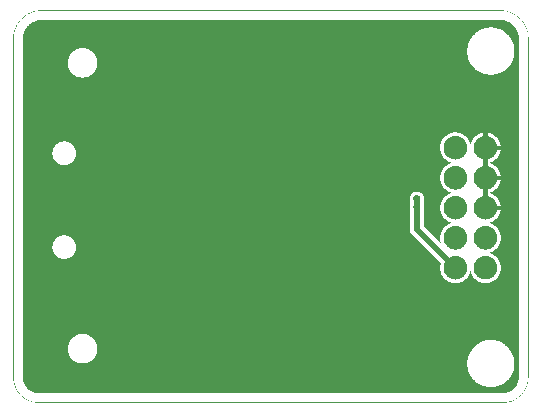
<source format=gbl>
%FSLAX46Y46*%
%MOMM*%
%LPD*%
G01*
%ADD10C,0.050000*%
D10*
%LPD*%
%LPD*%
G36*
X0006498742Y0036853472D02*
G01*
X0006438992Y0036848923D01*
X0006379660Y0036842895D01*
X0006320771Y0036835406D01*
X0006262336Y0036826474D01*
X0006204380Y0036816119D01*
X0006146915Y0036804358D01*
X0006089967Y0036791211D01*
X0006033548Y0036776694D01*
X0005977679Y0036760827D01*
X0005922381Y0036743629D01*
X0005867668Y0036725117D01*
X0005813561Y0036705309D01*
X0005760079Y0036684225D01*
X0005707240Y0036661884D01*
X0005655062Y0036638301D01*
X0005603565Y0036613498D01*
X0005552767Y0036587492D01*
X0005502685Y0036560301D01*
X0005453341Y0036531943D01*
X0005404752Y0036502439D01*
X0005356936Y0036471804D01*
X0005309912Y0036440057D01*
X0005263700Y0036407220D01*
X0005218318Y0036373308D01*
X0005173784Y0036338340D01*
X0005130117Y0036302334D01*
X0005087336Y0036265310D01*
X0005045461Y0036227287D01*
X0005004509Y0036188281D01*
X0004964498Y0036148312D01*
X0004925449Y0036107397D01*
X0004887379Y0036065557D01*
X0004850308Y0036022809D01*
X0004814254Y0035979172D01*
X0004779234Y0035934662D01*
X0004745270Y0035889301D01*
X0004712380Y0035843107D01*
X0004680580Y0035796097D01*
X0004649891Y0035748289D01*
X0004620332Y0035699703D01*
X0004591920Y0035650358D01*
X0004564674Y0035600270D01*
X0004538614Y0035549460D01*
X0004513758Y0035497944D01*
X0004490123Y0035445743D01*
X0004467730Y0035392872D01*
X0004446597Y0035339354D01*
X0004426741Y0035285203D01*
X0004408183Y0035230441D01*
X0004390940Y0035175082D01*
X0004375032Y0035119149D01*
X0004360476Y0035062657D01*
X0004347292Y0035005627D01*
X0004335497Y0034948073D01*
X0004325112Y0034890018D01*
X0004316154Y0034831477D01*
X0004308643Y0034772470D01*
X0004302596Y0034713015D01*
X0004298032Y0034653128D01*
X0004294971Y0034592830D01*
X0004293431Y0034532102D01*
X0004293302Y0034501593D01*
X0004293302Y0005930220D01*
X0004293419Y0005899714D01*
X0004294824Y0005839107D01*
X0004297615Y0005779085D01*
X0004301778Y0005719625D01*
X0004307297Y0005660742D01*
X0004314156Y0005602445D01*
X0004322339Y0005544754D01*
X0004331829Y0005487676D01*
X0004342612Y0005431228D01*
X0004354671Y0005375422D01*
X0004367991Y0005320270D01*
X0004382555Y0005265786D01*
X0004398348Y0005211985D01*
X0004415353Y0005158879D01*
X0004433556Y0005106479D01*
X0004452940Y0005054801D01*
X0004473490Y0005003857D01*
X0004495189Y0004953662D01*
X0004518023Y0004904227D01*
X0004541974Y0004855568D01*
X0004567029Y0004807692D01*
X0004593170Y0004760620D01*
X0004620382Y0004714361D01*
X0004648650Y0004668929D01*
X0004677958Y0004624336D01*
X0004708289Y0004580600D01*
X0004739630Y0004537727D01*
X0004771962Y0004495737D01*
X0004805272Y0004454639D01*
X0004839543Y0004414449D01*
X0004874761Y0004375178D01*
X0004910909Y0004336840D01*
X0004947970Y0004299452D01*
X0004985932Y0004263021D01*
X0005024776Y0004227565D01*
X0005064488Y0004193095D01*
X0005105052Y0004159627D01*
X0005146454Y0004127170D01*
X0005188676Y0004095741D01*
X0005231703Y0004065353D01*
X0005275521Y0004036019D01*
X0005320113Y0004007751D01*
X0005365463Y0003980564D01*
X0005411556Y0003954472D01*
X0005458379Y0003929486D01*
X0005505912Y0003905621D01*
X0005554141Y0003882892D01*
X0005603052Y0003861309D01*
X0005652630Y0003840888D01*
X0005702855Y0003821642D01*
X0005753717Y0003803583D01*
X0005805199Y0003786726D01*
X0005857281Y0003771085D01*
X0005909953Y0003756673D01*
X0005963198Y0003743503D01*
X0006016999Y0003731588D01*
X0006071342Y0003720943D01*
X0006126212Y0003711581D01*
X0006181591Y0003703515D01*
X0006237465Y0003696760D01*
X0006293821Y0003691328D01*
X0006350640Y0003687234D01*
X0006407907Y0003684491D01*
X0006465642Y0003683112D01*
X0006494668Y0003682997D01*
X0045698751Y0003682997D01*
X0045724472Y0003683112D01*
X0045775898Y0003684489D01*
X0045827195Y0003687227D01*
X0045878381Y0003691315D01*
X0045929432Y0003696739D01*
X0045980289Y0003703481D01*
X0046056311Y0003715892D01*
X0046156905Y0003737171D01*
X0046256410Y0003763495D01*
X0046354673Y0003794765D01*
X0046451506Y0003830874D01*
X0046546722Y0003871716D01*
X0046640130Y0003917183D01*
X0046731543Y0003967167D01*
X0046820772Y0004021562D01*
X0046907628Y0004080259D01*
X0046991923Y0004143151D01*
X0047073468Y0004210128D01*
X0047152075Y0004281083D01*
X0047227556Y0004355908D01*
X0047299723Y0004434494D01*
X0047368388Y0004516731D01*
X0047433364Y0004602514D01*
X0047494483Y0004691761D01*
X0047537521Y0004760969D01*
X0047564969Y0004808022D01*
X0047591363Y0004855907D01*
X0047616658Y0004904576D01*
X0047640832Y0004954016D01*
X0047663861Y0005004214D01*
X0047685724Y0005055159D01*
X0047706395Y0005106832D01*
X0047725853Y0005159228D01*
X0047744072Y0005212326D01*
X0047761030Y0005266115D01*
X0047776704Y0005320584D01*
X0047791071Y0005375719D01*
X0047804106Y0005431505D01*
X0047815787Y0005487930D01*
X0047826090Y0005544981D01*
X0047834992Y0005602646D01*
X0047842469Y0005660909D01*
X0047848497Y0005719760D01*
X0047853054Y0005779183D01*
X0047856116Y0005839167D01*
X0047857659Y0005899738D01*
X0047857789Y0005930222D01*
X0047857789Y0034501594D01*
X0047857660Y0034532103D01*
X0047856124Y0034592832D01*
X0047853073Y0034653131D01*
X0047848524Y0034713019D01*
X0047842495Y0034772476D01*
X0047835006Y0034831485D01*
X0047826075Y0034890025D01*
X0047815719Y0034948083D01*
X0047803958Y0035005636D01*
X0047790810Y0035062668D01*
X0047776293Y0035119160D01*
X0047760427Y0035175095D01*
X0047743228Y0035230453D01*
X0047724716Y0035285216D01*
X0047704909Y0035339367D01*
X0047683825Y0035392885D01*
X0047661483Y0035445756D01*
X0047637901Y0035497957D01*
X0047613098Y0035549474D01*
X0047587092Y0035600283D01*
X0047559901Y0035650371D01*
X0047531544Y0035699717D01*
X0047502040Y0035748301D01*
X0047471405Y0035796109D01*
X0047439660Y0035843119D01*
X0047406823Y0035889312D01*
X0047372911Y0035934673D01*
X0047337944Y0035979180D01*
X0047301939Y0036022818D01*
X0047264916Y0036065565D01*
X0047226893Y0036107405D01*
X0047187887Y0036148319D01*
X0047147920Y0036188286D01*
X0047107005Y0036227292D01*
X0047065166Y0036265315D01*
X0047022419Y0036302338D01*
X0046978781Y0036338343D01*
X0046934274Y0036373310D01*
X0046888913Y0036407222D01*
X0046842719Y0036440059D01*
X0046795710Y0036471804D01*
X0046747902Y0036502439D01*
X0046699318Y0036531943D01*
X0046649972Y0036560300D01*
X0046599883Y0036587492D01*
X0046549074Y0036613497D01*
X0046497558Y0036638301D01*
X0046445357Y0036661882D01*
X0046392486Y0036684225D01*
X0046338968Y0036705308D01*
X0046284817Y0036725115D01*
X0046230054Y0036743627D01*
X0046174695Y0036760826D01*
X0046118761Y0036776693D01*
X0046062268Y0036791209D01*
X0046005236Y0036804357D01*
X0045947684Y0036816118D01*
X0045889626Y0036826474D01*
X0045831086Y0036835405D01*
X0045772077Y0036842895D01*
X0045712620Y0036848923D01*
X0045652732Y0036853472D01*
X0045592433Y0036856523D01*
X0045531703Y0036858059D01*
X0045501194Y0036858188D01*
X0006649896Y0036858188D01*
X0045599205Y0036891504D01*
X0045654960Y0036888682D01*
X0045715736Y0036884066D01*
X0045776078Y0036877948D01*
X0045835967Y0036870347D01*
X0045895385Y0036861281D01*
X0045954313Y0036850770D01*
X0046012732Y0036838832D01*
X0046070623Y0036825486D01*
X0046127966Y0036810751D01*
X0046184744Y0036794645D01*
X0046240937Y0036777187D01*
X0046296527Y0036758396D01*
X0046351494Y0036738290D01*
X0046405820Y0036716888D01*
X0046459487Y0036694210D01*
X0046512474Y0036670273D01*
X0046564765Y0036645096D01*
X0046616339Y0036618699D01*
X0046667178Y0036591100D01*
X0046717264Y0036562318D01*
X0046766577Y0036532371D01*
X0046815100Y0036501278D01*
X0046862813Y0036469058D01*
X0046909698Y0036435730D01*
X0046955735Y0036401312D01*
X0047000908Y0036365823D01*
X0047045195Y0036329281D01*
X0047088580Y0036291706D01*
X0047131044Y0036253116D01*
X0047172566Y0036213530D01*
X0047213130Y0036172966D01*
X0047252717Y0036131443D01*
X0047291307Y0036088979D01*
X0047328882Y0036045595D01*
X0047365423Y0036001307D01*
X0047400913Y0035956135D01*
X0047435331Y0035910097D01*
X0047468659Y0035863212D01*
X0047500879Y0035815499D01*
X0047531972Y0035766977D01*
X0047561919Y0035717663D01*
X0047590701Y0035667577D01*
X0047618300Y0035616738D01*
X0047644697Y0035565164D01*
X0047669874Y0035512873D01*
X0047693810Y0035459886D01*
X0047716489Y0035406219D01*
X0047737891Y0035351893D01*
X0047757996Y0035296926D01*
X0047776788Y0035241336D01*
X0047794246Y0035185143D01*
X0047810352Y0035128365D01*
X0047825087Y0035071022D01*
X0047838433Y0035013131D01*
X0047850371Y0034954712D01*
X0047860882Y0034895784D01*
X0047869947Y0034836366D01*
X0047877548Y0034776477D01*
X0047883667Y0034716135D01*
X0047888283Y0034655360D01*
X0047891379Y0034594170D01*
X0047892936Y0034532622D01*
X0047893066Y0034501672D01*
X0047893066Y0005930151D01*
X0047892935Y0005899213D01*
X0047891371Y0005837819D01*
X0047888263Y0005776935D01*
X0047883637Y0005716613D01*
X0047877517Y0005656866D01*
X0047869925Y0005597708D01*
X0047860886Y0005539155D01*
X0047850423Y0005481219D01*
X0047838561Y0005423915D01*
X0047825321Y0005367256D01*
X0047810730Y0005311258D01*
X0047794809Y0005255933D01*
X0047777584Y0005201296D01*
X0047759077Y0005147360D01*
X0047739313Y0005094140D01*
X0047718315Y0005041649D01*
X0047696108Y0004989901D01*
X0047672715Y0004938911D01*
X0047648160Y0004888691D01*
X0047622466Y0004839255D01*
X0047595658Y0004790618D01*
X0047567741Y0004742762D01*
X0047524030Y0004672471D01*
X0047461994Y0004581885D01*
X0047396004Y0004494764D01*
X0047326269Y0004411245D01*
X0047252980Y0004331437D01*
X0047176325Y0004255449D01*
X0047096495Y0004183390D01*
X0047013678Y0004115368D01*
X0046928064Y0004051492D01*
X0046839840Y0003991870D01*
X0046749197Y0003936613D01*
X0046656322Y0003885829D01*
X0046561403Y0003839627D01*
X0046464630Y0003798117D01*
X0046366192Y0003761409D01*
X0046266276Y0003729614D01*
X0046165072Y0003702840D01*
X0046062806Y0003681207D01*
X0045985450Y0003668579D01*
X0045933615Y0003661707D01*
X0045881650Y0003656186D01*
X0045829540Y0003652024D01*
X0045777310Y0003649236D01*
X0045725024Y0003647836D01*
X0045698830Y0003647719D01*
X0006494598Y0003647719D01*
X0006465152Y0003647836D01*
X0006406642Y0003649234D01*
X0006348528Y0003652017D01*
X0006290860Y0003656173D01*
X0006233656Y0003661686D01*
X0006176931Y0003668544D01*
X0006120702Y0003676734D01*
X0006064984Y0003686240D01*
X0006009793Y0003697051D01*
X0005955147Y0003709153D01*
X0005901061Y0003722531D01*
X0005847551Y0003737173D01*
X0005794634Y0003753065D01*
X0005742325Y0003770193D01*
X0005690641Y0003788543D01*
X0005639598Y0003808102D01*
X0005589212Y0003828857D01*
X0005539499Y0003850793D01*
X0005490475Y0003873897D01*
X0005442157Y0003898156D01*
X0005394560Y0003923555D01*
X0005347701Y0003950081D01*
X0005301596Y0003977720D01*
X0005256261Y0004006459D01*
X0005211712Y0004036283D01*
X0005167965Y0004067180D01*
X0005125036Y0004099135D01*
X0005082941Y0004132134D01*
X0005041697Y0004166165D01*
X0005001319Y0004201212D01*
X0004961823Y0004237263D01*
X0004923226Y0004274303D01*
X0004885543Y0004312319D01*
X0004848791Y0004351297D01*
X0004812986Y0004391224D01*
X0004778143Y0004432084D01*
X0004744279Y0004473865D01*
X0004711409Y0004516553D01*
X0004679550Y0004560134D01*
X0004648718Y0004604594D01*
X0004618929Y0004649919D01*
X0004590198Y0004696096D01*
X0004562541Y0004743110D01*
X0004535975Y0004790948D01*
X0004510516Y0004839595D01*
X0004486179Y0004889039D01*
X0004462980Y0004939265D01*
X0004440936Y0004990258D01*
X0004420062Y0005042006D01*
X0004400374Y0005094494D01*
X0004381888Y0005147709D01*
X0004364619Y0005201636D01*
X0004348585Y0005256262D01*
X0004333799Y0005311572D01*
X0004320279Y0005367554D01*
X0004308041Y0005424192D01*
X0004297099Y0005481473D01*
X0004287470Y0005539382D01*
X0004279169Y0005597907D01*
X0004272212Y0005657033D01*
X0004266616Y0005716747D01*
X0004262395Y0005777033D01*
X0004259565Y0005837879D01*
X0004258143Y0005899237D01*
X0004258024Y0005930155D01*
X0004258024Y0034501672D01*
X0004258155Y0034532623D01*
X0004259716Y0034594172D01*
X0004262823Y0034655363D01*
X0004267454Y0034716140D01*
X0004273591Y0034776483D01*
X0004281215Y0034836373D01*
X0004290308Y0034895793D01*
X0004300849Y0034954722D01*
X0004312821Y0035013141D01*
X0004326204Y0035071033D01*
X0004340979Y0035128377D01*
X0004357128Y0035185155D01*
X0004374631Y0035241349D01*
X0004393470Y0035296939D01*
X0004413625Y0035351906D01*
X0004435077Y0035406233D01*
X0004457808Y0035459899D01*
X0004481798Y0035512887D01*
X0004507028Y0035565177D01*
X0004533480Y0035616751D01*
X0004561134Y0035667590D01*
X0004589972Y0035717676D01*
X0004619974Y0035766989D01*
X0004651122Y0035815511D01*
X0004683396Y0035863223D01*
X0004716778Y0035910108D01*
X0004751249Y0035956145D01*
X0004786789Y0036001316D01*
X0004823380Y0036045603D01*
X0004861003Y0036088988D01*
X0004899639Y0036131450D01*
X0004939268Y0036172972D01*
X0004979873Y0036213536D01*
X0005021434Y0036253121D01*
X0005063933Y0036291711D01*
X0005107350Y0036329285D01*
X0005151666Y0036365826D01*
X0005196863Y0036401314D01*
X0005242922Y0036435732D01*
X0005289823Y0036469060D01*
X0005337548Y0036501279D01*
X0005386078Y0036532371D01*
X0005435395Y0036562318D01*
X0005485478Y0036591100D01*
X0005536310Y0036618699D01*
X0005587870Y0036645096D01*
X0005640141Y0036670272D01*
X0005693104Y0036694208D01*
X0005746739Y0036716887D01*
X0005801027Y0036738288D01*
X0005855949Y0036758394D01*
X0005911487Y0036777185D01*
X0005967621Y0036794643D01*
X0006024332Y0036810750D01*
X0006081602Y0036825485D01*
X0006139410Y0036838831D01*
X0006197739Y0036850769D01*
X0006256568Y0036861280D01*
X0006269795Y0036863302D01*
X0006619469Y0036858059D01*
X0006558896Y0036856523D01*
G37*
G36*
X0045532223Y0036893335D02*
G01*
X0045593771Y0036891779D01*
X0045599205Y0036891504D01*
X0006649896Y0036858188D01*
X0006619469Y0036858059D01*
X0006269795Y0036863302D01*
X0006315879Y0036870346D01*
X0006375652Y0036877947D01*
X0006435869Y0036884065D01*
X0006496509Y0036888682D01*
X0006557555Y0036891778D01*
X0006618949Y0036893335D01*
X0006649818Y0036893466D01*
X0045501273Y0036893466D01*
G37*
%LPD*%
%LPD*%
G36*
X0038699686Y0018468132D02*
G01*
X0041892438Y0015275380D01*
X0041518261Y0014901203D01*
X0038170520Y0018248945D01*
X0038170520Y0020986730D01*
X0038699686Y0020986730D01*
G37*
%LPD*%
G36*
X0044267730Y0016093325D02*
G01*
X0044319003Y0016090421D01*
X0044369562Y0016085007D01*
X0044419344Y0016077144D01*
X0044468287Y0016066897D01*
X0044516328Y0016054327D01*
X0044563404Y0016039497D01*
X0044609452Y0016022470D01*
X0044654411Y0016003308D01*
X0044698216Y0015982075D01*
X0044740807Y0015958832D01*
X0044782119Y0015933643D01*
X0044822091Y0015906570D01*
X0044860659Y0015877675D01*
X0044897761Y0015847022D01*
X0044933335Y0015814673D01*
X0044967318Y0015780690D01*
X0044999646Y0015745137D01*
X0045030258Y0015708076D01*
X0045059090Y0015669570D01*
X0045086081Y0015629681D01*
X0045111167Y0015588472D01*
X0045134286Y0015546006D01*
X0045155374Y0015502345D01*
X0045174371Y0015457552D01*
X0045191212Y0015411689D01*
X0045205835Y0015364820D01*
X0045218177Y0015317007D01*
X0045228177Y0015268312D01*
X0045235770Y0015218799D01*
X0045240895Y0015168529D01*
X0045243489Y0015117566D01*
X0045243708Y0015091819D01*
X0045243489Y0015066072D01*
X0045240895Y0015015110D01*
X0045235770Y0014964842D01*
X0045228177Y0014915331D01*
X0045218177Y0014866642D01*
X0045205835Y0014818836D01*
X0045191212Y0014771979D01*
X0045174371Y0014726132D01*
X0045155374Y0014681360D01*
X0045134286Y0014637725D01*
X0045111167Y0014595291D01*
X0045086081Y0014554121D01*
X0045059090Y0014514278D01*
X0045030258Y0014475827D01*
X0044999646Y0014438829D01*
X0044967318Y0014403349D01*
X0044933335Y0014369449D01*
X0044897761Y0014337193D01*
X0044860659Y0014306645D01*
X0044822091Y0014277867D01*
X0044782119Y0014250923D01*
X0044740807Y0014225876D01*
X0044698216Y0014202789D01*
X0044654411Y0014181727D01*
X0044609452Y0014162751D01*
X0044563404Y0014145926D01*
X0044516328Y0014131314D01*
X0044468287Y0014118980D01*
X0044419344Y0014108986D01*
X0044369562Y0014101395D01*
X0044319003Y0014096271D01*
X0044267730Y0014093678D01*
X0044241820Y0014093459D01*
X0044216073Y0014093678D01*
X0044165110Y0014096271D01*
X0044114842Y0014101395D01*
X0044065332Y0014108986D01*
X0044016642Y0014118980D01*
X0043968837Y0014131314D01*
X0043921979Y0014145926D01*
X0043876133Y0014162751D01*
X0043831360Y0014181727D01*
X0043787725Y0014202789D01*
X0043745291Y0014225876D01*
X0043704121Y0014250923D01*
X0043664279Y0014277867D01*
X0043625827Y0014306645D01*
X0043588830Y0014337193D01*
X0043553349Y0014369449D01*
X0043519449Y0014403349D01*
X0043487194Y0014438829D01*
X0043456645Y0014475827D01*
X0043427867Y0014514278D01*
X0043400923Y0014554121D01*
X0043375876Y0014595291D01*
X0043352790Y0014637725D01*
X0043331727Y0014681360D01*
X0043312752Y0014726132D01*
X0043295927Y0014771979D01*
X0043281315Y0014818836D01*
X0043268980Y0014866642D01*
X0043258986Y0014915331D01*
X0043251396Y0014964842D01*
X0043246272Y0015015110D01*
X0043243678Y0015066072D01*
X0043243460Y0015091819D01*
X0043243678Y0015117730D01*
X0043246272Y0015169003D01*
X0043251396Y0015219562D01*
X0043258986Y0015269344D01*
X0043268980Y0015318287D01*
X0043281315Y0015366327D01*
X0043295927Y0015413403D01*
X0043312752Y0015459452D01*
X0043331727Y0015504410D01*
X0043352790Y0015548216D01*
X0043375876Y0015590806D01*
X0043400923Y0015632118D01*
X0043427867Y0015672090D01*
X0043456645Y0015710658D01*
X0043487194Y0015747761D01*
X0043519449Y0015783335D01*
X0043553349Y0015817317D01*
X0043588830Y0015849645D01*
X0043625827Y0015880257D01*
X0043664279Y0015909090D01*
X0043704121Y0015936080D01*
X0043745291Y0015961166D01*
X0043787725Y0015984285D01*
X0043831360Y0016005374D01*
X0043876133Y0016024370D01*
X0043921979Y0016041211D01*
X0043968837Y0016055834D01*
X0044016642Y0016068177D01*
X0044065332Y0016078176D01*
X0044114842Y0016085770D01*
X0044165110Y0016090895D01*
X0044216073Y0016093488D01*
X0044241820Y0016093707D01*
G37*
%LPD*%
G36*
X0041727733Y0016089961D02*
G01*
X0041779006Y0016087367D01*
X0041829565Y0016082242D01*
X0041879347Y0016074648D01*
X0041928289Y0016064649D01*
X0041976330Y0016052306D01*
X0042023406Y0016037683D01*
X0042069454Y0016020842D01*
X0042114413Y0016001846D01*
X0042158219Y0015980757D01*
X0042200809Y0015957638D01*
X0042242121Y0015932552D01*
X0042282093Y0015905562D01*
X0042320661Y0015876729D01*
X0042357764Y0015846118D01*
X0042393337Y0015813789D01*
X0042427320Y0015779807D01*
X0042459648Y0015744233D01*
X0042490260Y0015707131D01*
X0042519093Y0015668562D01*
X0042546083Y0015628591D01*
X0042571169Y0015587278D01*
X0042594288Y0015544688D01*
X0042615377Y0015500882D01*
X0042634373Y0015455924D01*
X0042651214Y0015409875D01*
X0042665837Y0015362799D01*
X0042678180Y0015314759D01*
X0042688179Y0015265816D01*
X0042695773Y0015216034D01*
X0042700898Y0015165475D01*
X0042703491Y0015114202D01*
X0042703710Y0015088291D01*
X0042703491Y0015062545D01*
X0042700898Y0015011582D01*
X0042695773Y0014961314D01*
X0042688179Y0014911803D01*
X0042678180Y0014863114D01*
X0042665837Y0014815309D01*
X0042651214Y0014768451D01*
X0042634373Y0014722604D01*
X0042615377Y0014677832D01*
X0042594288Y0014634197D01*
X0042571169Y0014591763D01*
X0042546083Y0014550593D01*
X0042519093Y0014510751D01*
X0042490260Y0014472299D01*
X0042459648Y0014435301D01*
X0042427320Y0014399821D01*
X0042393337Y0014365921D01*
X0042357764Y0014333665D01*
X0042320661Y0014303117D01*
X0042282093Y0014274339D01*
X0042242121Y0014247395D01*
X0042200809Y0014222348D01*
X0042158219Y0014199262D01*
X0042114413Y0014178199D01*
X0042069454Y0014159223D01*
X0042023406Y0014142398D01*
X0041976330Y0014127787D01*
X0041928289Y0014115452D01*
X0041879347Y0014105458D01*
X0041829565Y0014097867D01*
X0041779006Y0014092744D01*
X0041727733Y0014090150D01*
X0041701822Y0014089931D01*
X0041676075Y0014090150D01*
X0041625113Y0014092744D01*
X0041574845Y0014097867D01*
X0041525334Y0014105458D01*
X0041476645Y0014115452D01*
X0041428839Y0014127787D01*
X0041381982Y0014142398D01*
X0041336135Y0014159223D01*
X0041291363Y0014178199D01*
X0041247728Y0014199262D01*
X0041205294Y0014222348D01*
X0041164124Y0014247395D01*
X0041124281Y0014274339D01*
X0041085830Y0014303117D01*
X0041048832Y0014333665D01*
X0041013352Y0014365921D01*
X0040979452Y0014399821D01*
X0040947196Y0014435301D01*
X0040916648Y0014472299D01*
X0040887870Y0014510751D01*
X0040860926Y0014550593D01*
X0040835879Y0014591763D01*
X0040812792Y0014634197D01*
X0040791730Y0014677832D01*
X0040772754Y0014722604D01*
X0040755929Y0014768451D01*
X0040741317Y0014815309D01*
X0040728983Y0014863114D01*
X0040718989Y0014911803D01*
X0040711398Y0014961314D01*
X0040706274Y0015011582D01*
X0040703681Y0015062545D01*
X0040703462Y0015088291D01*
X0040703681Y0015114202D01*
X0040706274Y0015165475D01*
X0040711398Y0015216034D01*
X0040718989Y0015265816D01*
X0040728983Y0015314759D01*
X0040741317Y0015362799D01*
X0040755929Y0015409875D01*
X0040772754Y0015455924D01*
X0040791730Y0015500882D01*
X0040812792Y0015544688D01*
X0040835879Y0015587278D01*
X0040860926Y0015628591D01*
X0040887870Y0015668562D01*
X0040916648Y0015707131D01*
X0040947196Y0015744233D01*
X0040979452Y0015779807D01*
X0041013352Y0015813789D01*
X0041048832Y0015846118D01*
X0041085830Y0015876729D01*
X0041124281Y0015905562D01*
X0041164124Y0015932552D01*
X0041205294Y0015957638D01*
X0041247728Y0015980757D01*
X0041291363Y0016001846D01*
X0041336135Y0016020842D01*
X0041381982Y0016037683D01*
X0041428839Y0016052306D01*
X0041476645Y0016064649D01*
X0041525334Y0016074648D01*
X0041574845Y0016082242D01*
X0041625113Y0016087367D01*
X0041676075Y0016089961D01*
X0041701822Y0016090179D01*
G37*
%LPD*%
G36*
X0044267730Y0018626594D02*
G01*
X0044319003Y0018624311D01*
X0044369562Y0018619476D01*
X0044419344Y0018612155D01*
X0044468287Y0018602408D01*
X0044516328Y0018590301D01*
X0044563404Y0018575896D01*
X0044609452Y0018559257D01*
X0044654411Y0018540447D01*
X0044698216Y0018519529D01*
X0044740807Y0018496567D01*
X0044782119Y0018471623D01*
X0044822091Y0018444762D01*
X0044860659Y0018416046D01*
X0044897761Y0018385539D01*
X0044933335Y0018353304D01*
X0044967318Y0018319404D01*
X0044999646Y0018283903D01*
X0045030258Y0018246864D01*
X0045059090Y0018208350D01*
X0045086081Y0018168425D01*
X0045111167Y0018127152D01*
X0045134286Y0018084594D01*
X0045155374Y0018040814D01*
X0045174371Y0017995876D01*
X0045191212Y0017949843D01*
X0045205835Y0017902779D01*
X0045218177Y0017854747D01*
X0045228177Y0017805809D01*
X0045235770Y0017756030D01*
X0045240895Y0017705472D01*
X0045243489Y0017654200D01*
X0045243708Y0017628289D01*
X0045243489Y0017602379D01*
X0045240895Y0017551106D01*
X0045235770Y0017500547D01*
X0045228177Y0017450765D01*
X0045218177Y0017401822D01*
X0045205835Y0017353781D01*
X0045191212Y0017306705D01*
X0045174371Y0017260657D01*
X0045155374Y0017215698D01*
X0045134286Y0017171893D01*
X0045111167Y0017129302D01*
X0045086081Y0017087990D01*
X0045059090Y0017048018D01*
X0045030258Y0017009450D01*
X0044999646Y0016972348D01*
X0044967318Y0016936774D01*
X0044933335Y0016902791D01*
X0044897761Y0016870463D01*
X0044860659Y0016839851D01*
X0044822091Y0016811019D01*
X0044782119Y0016784028D01*
X0044740807Y0016758942D01*
X0044698216Y0016735823D01*
X0044654411Y0016714735D01*
X0044609452Y0016695738D01*
X0044563404Y0016678897D01*
X0044516328Y0016664274D01*
X0044468287Y0016651932D01*
X0044419344Y0016641932D01*
X0044369562Y0016634339D01*
X0044319003Y0016629214D01*
X0044267730Y0016626620D01*
X0044241820Y0016626401D01*
X0044216073Y0016626620D01*
X0044165110Y0016629214D01*
X0044114842Y0016634339D01*
X0044065332Y0016641932D01*
X0044016642Y0016651932D01*
X0043968837Y0016664274D01*
X0043921979Y0016678897D01*
X0043876133Y0016695738D01*
X0043831360Y0016714735D01*
X0043787725Y0016735823D01*
X0043745291Y0016758942D01*
X0043704121Y0016784028D01*
X0043664279Y0016811019D01*
X0043625827Y0016839851D01*
X0043588830Y0016870463D01*
X0043553349Y0016902791D01*
X0043519449Y0016936774D01*
X0043487194Y0016972348D01*
X0043456645Y0017009450D01*
X0043427867Y0017048018D01*
X0043400923Y0017087990D01*
X0043375876Y0017129302D01*
X0043352790Y0017171893D01*
X0043331727Y0017215698D01*
X0043312752Y0017260657D01*
X0043295927Y0017306705D01*
X0043281315Y0017353781D01*
X0043268980Y0017401822D01*
X0043258986Y0017450765D01*
X0043251396Y0017500547D01*
X0043246272Y0017551106D01*
X0043243678Y0017602379D01*
X0043243460Y0017628289D01*
X0043243678Y0017654036D01*
X0043246272Y0017704999D01*
X0043251396Y0017755267D01*
X0043258986Y0017804777D01*
X0043268980Y0017853467D01*
X0043281315Y0017901272D01*
X0043295927Y0017948130D01*
X0043312752Y0017993976D01*
X0043331727Y0018038749D01*
X0043352790Y0018082384D01*
X0043375876Y0018124818D01*
X0043400923Y0018165987D01*
X0043427867Y0018205830D01*
X0043456645Y0018244282D01*
X0043487194Y0018281279D01*
X0043519449Y0018316760D01*
X0043553349Y0018350660D01*
X0043588830Y0018382915D01*
X0043625827Y0018413464D01*
X0043664279Y0018442242D01*
X0043704121Y0018469186D01*
X0043745291Y0018494233D01*
X0043787725Y0018517319D01*
X0043831360Y0018538382D01*
X0043876133Y0018557357D01*
X0043921979Y0018574182D01*
X0043968837Y0018588794D01*
X0044016642Y0018601128D01*
X0044065332Y0018611123D01*
X0044114842Y0018618713D01*
X0044165110Y0018623837D01*
X0044216073Y0018626431D01*
X0044241820Y0018626649D01*
G37*
%LPD*%
G36*
X0044267730Y0021169956D02*
G01*
X0044319003Y0021167362D01*
X0044369562Y0021162237D01*
X0044419344Y0021154644D01*
X0044468287Y0021144644D01*
X0044516328Y0021132302D01*
X0044563404Y0021117678D01*
X0044609452Y0021100837D01*
X0044654411Y0021081841D01*
X0044698216Y0021060752D01*
X0044740807Y0021037634D01*
X0044782119Y0021012548D01*
X0044822091Y0020985557D01*
X0044860659Y0020956725D01*
X0044897761Y0020926113D01*
X0044933335Y0020893784D01*
X0044967318Y0020859802D01*
X0044999646Y0020824228D01*
X0045030258Y0020787126D01*
X0045059090Y0020748558D01*
X0045086081Y0020708586D01*
X0045111167Y0020667274D01*
X0045134286Y0020624683D01*
X0045155374Y0020580877D01*
X0045174371Y0020535919D01*
X0045191212Y0020489870D01*
X0045205835Y0020442795D01*
X0045218177Y0020394754D01*
X0045228177Y0020345811D01*
X0045235770Y0020296029D01*
X0045240895Y0020245470D01*
X0045243489Y0020194197D01*
X0045243708Y0020168287D01*
X0045243489Y0020142540D01*
X0045240895Y0020091577D01*
X0045235770Y0020041309D01*
X0045228177Y0019991799D01*
X0045218177Y0019943109D01*
X0045205835Y0019895304D01*
X0045191212Y0019848446D01*
X0045174371Y0019802600D01*
X0045155374Y0019757827D01*
X0045134286Y0019714192D01*
X0045111167Y0019671758D01*
X0045086081Y0019630588D01*
X0045059090Y0019590746D01*
X0045030258Y0019552294D01*
X0044999646Y0019515296D01*
X0044967318Y0019479816D01*
X0044933335Y0019445916D01*
X0044897761Y0019413661D01*
X0044860659Y0019383112D01*
X0044822091Y0019354334D01*
X0044782119Y0019327390D01*
X0044740807Y0019302343D01*
X0044698216Y0019279257D01*
X0044654411Y0019258194D01*
X0044609452Y0019239219D01*
X0044563404Y0019222393D01*
X0044516328Y0019207782D01*
X0044468287Y0019195447D01*
X0044419344Y0019185453D01*
X0044369562Y0019177863D01*
X0044319003Y0019172739D01*
X0044267730Y0019170145D01*
X0044241820Y0019169927D01*
X0044216073Y0019170145D01*
X0044165110Y0019172739D01*
X0044114842Y0019177863D01*
X0044065332Y0019185453D01*
X0044016642Y0019195447D01*
X0043968837Y0019207782D01*
X0043921979Y0019222393D01*
X0043876133Y0019239219D01*
X0043831360Y0019258194D01*
X0043787725Y0019279257D01*
X0043745291Y0019302343D01*
X0043704121Y0019327390D01*
X0043664279Y0019354334D01*
X0043625827Y0019383112D01*
X0043588830Y0019413661D01*
X0043553349Y0019445916D01*
X0043519449Y0019479816D01*
X0043487194Y0019515296D01*
X0043456645Y0019552294D01*
X0043427867Y0019590746D01*
X0043400923Y0019630588D01*
X0043375876Y0019671758D01*
X0043352790Y0019714192D01*
X0043331727Y0019757827D01*
X0043312752Y0019802600D01*
X0043295927Y0019848446D01*
X0043281315Y0019895304D01*
X0043268980Y0019943109D01*
X0043258986Y0019991799D01*
X0043251396Y0020041309D01*
X0043246272Y0020091577D01*
X0043243678Y0020142540D01*
X0043243460Y0020168287D01*
X0043243678Y0020194197D01*
X0043246272Y0020245470D01*
X0043251396Y0020296029D01*
X0043258986Y0020345811D01*
X0043268980Y0020394754D01*
X0043281315Y0020442795D01*
X0043295927Y0020489870D01*
X0043312752Y0020535919D01*
X0043331727Y0020580877D01*
X0043352790Y0020624683D01*
X0043375876Y0020667274D01*
X0043400923Y0020708586D01*
X0043427867Y0020748558D01*
X0043456645Y0020787126D01*
X0043487194Y0020824228D01*
X0043519449Y0020859802D01*
X0043553349Y0020893784D01*
X0043588830Y0020926113D01*
X0043625827Y0020956725D01*
X0043664279Y0020985557D01*
X0043704121Y0021012548D01*
X0043745291Y0021037634D01*
X0043787725Y0021060752D01*
X0043831360Y0021081841D01*
X0043876133Y0021100837D01*
X0043921979Y0021117678D01*
X0043968837Y0021132302D01*
X0044016642Y0021144644D01*
X0044065332Y0021154644D01*
X0044114842Y0021162237D01*
X0044165110Y0021167362D01*
X0044216073Y0021169956D01*
X0044241820Y0021170175D01*
G37*
%LPD*%
G36*
X0041727733Y0018626594D02*
G01*
X0041779006Y0018624311D01*
X0041829565Y0018619476D01*
X0041879347Y0018612155D01*
X0041928289Y0018602408D01*
X0041976330Y0018590301D01*
X0042023406Y0018575896D01*
X0042069454Y0018559257D01*
X0042114413Y0018540447D01*
X0042158219Y0018519529D01*
X0042200809Y0018496567D01*
X0042242121Y0018471623D01*
X0042282093Y0018444762D01*
X0042320661Y0018416046D01*
X0042357764Y0018385539D01*
X0042393337Y0018353304D01*
X0042427320Y0018319404D01*
X0042459648Y0018283903D01*
X0042490260Y0018246864D01*
X0042519093Y0018208350D01*
X0042546083Y0018168425D01*
X0042571169Y0018127152D01*
X0042594288Y0018084594D01*
X0042615377Y0018040814D01*
X0042634373Y0017995876D01*
X0042651214Y0017949843D01*
X0042665837Y0017902779D01*
X0042678180Y0017854747D01*
X0042688179Y0017805809D01*
X0042695773Y0017756030D01*
X0042700898Y0017705472D01*
X0042703491Y0017654200D01*
X0042703710Y0017628289D01*
X0042703491Y0017602379D01*
X0042700898Y0017551106D01*
X0042695773Y0017500547D01*
X0042688179Y0017450765D01*
X0042678180Y0017401822D01*
X0042665837Y0017353781D01*
X0042651214Y0017306705D01*
X0042634373Y0017260657D01*
X0042615377Y0017215698D01*
X0042594288Y0017171893D01*
X0042571169Y0017129302D01*
X0042546083Y0017087990D01*
X0042519093Y0017048018D01*
X0042490260Y0017009450D01*
X0042459648Y0016972348D01*
X0042427320Y0016936774D01*
X0042393337Y0016902791D01*
X0042357764Y0016870463D01*
X0042320661Y0016839851D01*
X0042282093Y0016811019D01*
X0042242121Y0016784028D01*
X0042200809Y0016758942D01*
X0042158219Y0016735823D01*
X0042114413Y0016714735D01*
X0042069454Y0016695738D01*
X0042023406Y0016678897D01*
X0041976330Y0016664274D01*
X0041928289Y0016651932D01*
X0041879347Y0016641932D01*
X0041829565Y0016634339D01*
X0041779006Y0016629214D01*
X0041727733Y0016626620D01*
X0041701822Y0016626401D01*
X0041676075Y0016626620D01*
X0041625113Y0016629214D01*
X0041574845Y0016634339D01*
X0041525334Y0016641932D01*
X0041476645Y0016651932D01*
X0041428839Y0016664274D01*
X0041381982Y0016678897D01*
X0041336135Y0016695738D01*
X0041291363Y0016714735D01*
X0041247728Y0016735823D01*
X0041205294Y0016758942D01*
X0041164124Y0016784028D01*
X0041124281Y0016811019D01*
X0041085830Y0016839851D01*
X0041048832Y0016870463D01*
X0041013352Y0016902791D01*
X0040979452Y0016936774D01*
X0040947196Y0016972348D01*
X0040916648Y0017009450D01*
X0040887870Y0017048018D01*
X0040860926Y0017087990D01*
X0040835879Y0017129302D01*
X0040812792Y0017171893D01*
X0040791730Y0017215698D01*
X0040772754Y0017260657D01*
X0040755929Y0017306705D01*
X0040741317Y0017353781D01*
X0040728983Y0017401822D01*
X0040718989Y0017450765D01*
X0040711398Y0017500547D01*
X0040706274Y0017551106D01*
X0040703681Y0017602379D01*
X0040703462Y0017628289D01*
X0040703681Y0017654036D01*
X0040706274Y0017704999D01*
X0040711398Y0017755267D01*
X0040718989Y0017804777D01*
X0040728983Y0017853467D01*
X0040741317Y0017901272D01*
X0040755929Y0017948130D01*
X0040772754Y0017993976D01*
X0040791730Y0018038749D01*
X0040812792Y0018082384D01*
X0040835879Y0018124818D01*
X0040860926Y0018165987D01*
X0040887870Y0018205830D01*
X0040916648Y0018244282D01*
X0040947196Y0018281279D01*
X0040979452Y0018316760D01*
X0041013352Y0018350660D01*
X0041048832Y0018382915D01*
X0041085830Y0018413464D01*
X0041124281Y0018442242D01*
X0041164124Y0018469186D01*
X0041205294Y0018494233D01*
X0041247728Y0018517319D01*
X0041291363Y0018538382D01*
X0041336135Y0018557357D01*
X0041381982Y0018574182D01*
X0041428839Y0018588794D01*
X0041476645Y0018601128D01*
X0041525334Y0018611123D01*
X0041574845Y0018618713D01*
X0041625113Y0018623837D01*
X0041676075Y0018626431D01*
X0041701822Y0018626649D01*
G37*
%LPD*%
G36*
X0041727733Y0021169956D02*
G01*
X0041779006Y0021167362D01*
X0041829565Y0021162237D01*
X0041879347Y0021154644D01*
X0041928289Y0021144644D01*
X0041976330Y0021132302D01*
X0042023406Y0021117678D01*
X0042069454Y0021100837D01*
X0042114413Y0021081841D01*
X0042158219Y0021060752D01*
X0042200809Y0021037634D01*
X0042242121Y0021012548D01*
X0042282093Y0020985557D01*
X0042320661Y0020956725D01*
X0042357764Y0020926113D01*
X0042393337Y0020893784D01*
X0042427320Y0020859802D01*
X0042459648Y0020824228D01*
X0042490260Y0020787126D01*
X0042519093Y0020748558D01*
X0042546083Y0020708586D01*
X0042571169Y0020667274D01*
X0042594288Y0020624683D01*
X0042615377Y0020580877D01*
X0042634373Y0020535919D01*
X0042651214Y0020489870D01*
X0042665837Y0020442795D01*
X0042678180Y0020394754D01*
X0042688179Y0020345811D01*
X0042695773Y0020296029D01*
X0042700898Y0020245470D01*
X0042703491Y0020194197D01*
X0042703710Y0020168287D01*
X0042703491Y0020142540D01*
X0042700898Y0020091577D01*
X0042695773Y0020041309D01*
X0042688179Y0019991799D01*
X0042678180Y0019943109D01*
X0042665837Y0019895304D01*
X0042651214Y0019848446D01*
X0042634373Y0019802600D01*
X0042615377Y0019757827D01*
X0042594288Y0019714192D01*
X0042571169Y0019671758D01*
X0042546083Y0019630588D01*
X0042519093Y0019590746D01*
X0042490260Y0019552294D01*
X0042459648Y0019515296D01*
X0042427320Y0019479816D01*
X0042393337Y0019445916D01*
X0042357764Y0019413661D01*
X0042320661Y0019383112D01*
X0042282093Y0019354334D01*
X0042242121Y0019327390D01*
X0042200809Y0019302343D01*
X0042158219Y0019279257D01*
X0042114413Y0019258194D01*
X0042069454Y0019239219D01*
X0042023406Y0019222393D01*
X0041976330Y0019207782D01*
X0041928289Y0019195447D01*
X0041879347Y0019185453D01*
X0041829565Y0019177863D01*
X0041779006Y0019172739D01*
X0041727733Y0019170145D01*
X0041701822Y0019169927D01*
X0041676075Y0019170145D01*
X0041625113Y0019172739D01*
X0041574845Y0019177863D01*
X0041525334Y0019185453D01*
X0041476645Y0019195447D01*
X0041428839Y0019207782D01*
X0041381982Y0019222393D01*
X0041336135Y0019239219D01*
X0041291363Y0019258194D01*
X0041247728Y0019279257D01*
X0041205294Y0019302343D01*
X0041164124Y0019327390D01*
X0041124281Y0019354334D01*
X0041085830Y0019383112D01*
X0041048832Y0019413661D01*
X0041013352Y0019445916D01*
X0040979452Y0019479816D01*
X0040947196Y0019515296D01*
X0040916648Y0019552294D01*
X0040887870Y0019590746D01*
X0040860926Y0019630588D01*
X0040835879Y0019671758D01*
X0040812792Y0019714192D01*
X0040791730Y0019757827D01*
X0040772754Y0019802600D01*
X0040755929Y0019848446D01*
X0040741317Y0019895304D01*
X0040728983Y0019943109D01*
X0040718989Y0019991799D01*
X0040711398Y0020041309D01*
X0040706274Y0020091577D01*
X0040703681Y0020142540D01*
X0040703462Y0020168287D01*
X0040703681Y0020194197D01*
X0040706274Y0020245470D01*
X0040711398Y0020296029D01*
X0040718989Y0020345811D01*
X0040728983Y0020394754D01*
X0040741317Y0020442795D01*
X0040755929Y0020489870D01*
X0040772754Y0020535919D01*
X0040791730Y0020580877D01*
X0040812792Y0020624683D01*
X0040835879Y0020667274D01*
X0040860926Y0020708586D01*
X0040887870Y0020748558D01*
X0040916648Y0020787126D01*
X0040947196Y0020824228D01*
X0040979452Y0020859802D01*
X0041013352Y0020893784D01*
X0041048832Y0020926113D01*
X0041085830Y0020956725D01*
X0041124281Y0020985557D01*
X0041164124Y0021012548D01*
X0041205294Y0021037634D01*
X0041247728Y0021060752D01*
X0041291363Y0021081841D01*
X0041336135Y0021100837D01*
X0041381982Y0021117678D01*
X0041428839Y0021132302D01*
X0041476645Y0021144644D01*
X0041525334Y0021154644D01*
X0041574845Y0021162237D01*
X0041625113Y0021167362D01*
X0041676075Y0021169956D01*
X0041701822Y0021170175D01*
G37*
%LPD*%
G36*
X0044267730Y0023706589D02*
G01*
X0044319003Y0023704306D01*
X0044369562Y0023699472D01*
X0044419344Y0023692150D01*
X0044468287Y0023682404D01*
X0044516328Y0023670296D01*
X0044563404Y0023655892D01*
X0044609452Y0023639253D01*
X0044654411Y0023620442D01*
X0044698216Y0023599524D01*
X0044740807Y0023576562D01*
X0044782119Y0023551618D01*
X0044822091Y0023524757D01*
X0044860659Y0023496041D01*
X0044897761Y0023465534D01*
X0044933335Y0023433299D01*
X0044967318Y0023399399D01*
X0044999646Y0023363898D01*
X0045030258Y0023326859D01*
X0045059090Y0023288345D01*
X0045086081Y0023248420D01*
X0045111167Y0023207147D01*
X0045134286Y0023164589D01*
X0045155374Y0023120809D01*
X0045174371Y0023075871D01*
X0045191212Y0023029839D01*
X0045205835Y0022982774D01*
X0045218177Y0022934742D01*
X0045228177Y0022885804D01*
X0045235770Y0022836025D01*
X0045240895Y0022785468D01*
X0045243489Y0022734195D01*
X0045243708Y0022708284D01*
X0045243489Y0022682374D01*
X0045240895Y0022631101D01*
X0045235770Y0022580542D01*
X0045228177Y0022530760D01*
X0045218177Y0022481817D01*
X0045205835Y0022433777D01*
X0045191212Y0022386701D01*
X0045174371Y0022340652D01*
X0045155374Y0022295694D01*
X0045134286Y0022251888D01*
X0045111167Y0022209298D01*
X0045086081Y0022167985D01*
X0045059090Y0022128013D01*
X0045030258Y0022089445D01*
X0044999646Y0022052343D01*
X0044967318Y0022016769D01*
X0044933335Y0021982787D01*
X0044897761Y0021950458D01*
X0044860659Y0021919846D01*
X0044822091Y0021891014D01*
X0044782119Y0021864023D01*
X0044740807Y0021838937D01*
X0044698216Y0021815819D01*
X0044654411Y0021794730D01*
X0044609452Y0021775734D01*
X0044563404Y0021758893D01*
X0044516328Y0021744270D01*
X0044468287Y0021731927D01*
X0044419344Y0021721928D01*
X0044369562Y0021714334D01*
X0044319003Y0021709209D01*
X0044267730Y0021706615D01*
X0044241820Y0021706396D01*
X0044216073Y0021706615D01*
X0044165110Y0021709209D01*
X0044114842Y0021714334D01*
X0044065332Y0021721928D01*
X0044016642Y0021731927D01*
X0043968837Y0021744270D01*
X0043921979Y0021758893D01*
X0043876133Y0021775734D01*
X0043831360Y0021794730D01*
X0043787725Y0021815819D01*
X0043745291Y0021838937D01*
X0043704121Y0021864023D01*
X0043664279Y0021891014D01*
X0043625827Y0021919846D01*
X0043588830Y0021950458D01*
X0043553349Y0021982787D01*
X0043519449Y0022016769D01*
X0043487194Y0022052343D01*
X0043456645Y0022089445D01*
X0043427867Y0022128013D01*
X0043400923Y0022167985D01*
X0043375876Y0022209298D01*
X0043352790Y0022251888D01*
X0043331727Y0022295694D01*
X0043312752Y0022340652D01*
X0043295927Y0022386701D01*
X0043281315Y0022433777D01*
X0043268980Y0022481817D01*
X0043258986Y0022530760D01*
X0043251396Y0022580542D01*
X0043246272Y0022631101D01*
X0043243678Y0022682374D01*
X0043243460Y0022708284D01*
X0043243678Y0022734031D01*
X0043246272Y0022784994D01*
X0043251396Y0022835262D01*
X0043258986Y0022884773D01*
X0043268980Y0022933462D01*
X0043281315Y0022981267D01*
X0043295927Y0023028125D01*
X0043312752Y0023073971D01*
X0043331727Y0023118744D01*
X0043352790Y0023162379D01*
X0043375876Y0023204813D01*
X0043400923Y0023245983D01*
X0043427867Y0023285825D01*
X0043456645Y0023324277D01*
X0043487194Y0023361275D01*
X0043519449Y0023396755D01*
X0043553349Y0023430655D01*
X0043588830Y0023462911D01*
X0043625827Y0023493459D01*
X0043664279Y0023522237D01*
X0043704121Y0023549181D01*
X0043745291Y0023574228D01*
X0043787725Y0023597314D01*
X0043831360Y0023618377D01*
X0043876133Y0023637353D01*
X0043921979Y0023654178D01*
X0043968837Y0023668789D01*
X0044016642Y0023681124D01*
X0044065332Y0023691118D01*
X0044114842Y0023698709D01*
X0044165110Y0023703832D01*
X0044216073Y0023706426D01*
X0044241820Y0023706645D01*
G37*
%LPD*%
G36*
X0044267730Y0026249951D02*
G01*
X0044319003Y0026247357D01*
X0044369562Y0026242232D01*
X0044419344Y0026234639D01*
X0044468287Y0026224639D01*
X0044516328Y0026212297D01*
X0044563404Y0026197674D01*
X0044609452Y0026180833D01*
X0044654411Y0026161837D01*
X0044698216Y0026140748D01*
X0044740807Y0026117629D01*
X0044782119Y0026092543D01*
X0044822091Y0026065552D01*
X0044860659Y0026036720D01*
X0044897761Y0026006108D01*
X0044933335Y0025973780D01*
X0044967318Y0025939797D01*
X0044999646Y0025904224D01*
X0045030258Y0025867121D01*
X0045059090Y0025828553D01*
X0045086081Y0025788581D01*
X0045111167Y0025747269D01*
X0045134286Y0025704678D01*
X0045155374Y0025660873D01*
X0045174371Y0025615914D01*
X0045191212Y0025569866D01*
X0045205835Y0025522790D01*
X0045218177Y0025474749D01*
X0045228177Y0025425807D01*
X0045235770Y0025376024D01*
X0045240895Y0025325466D01*
X0045243489Y0025274193D01*
X0045243708Y0025248282D01*
X0045243489Y0025222535D01*
X0045240895Y0025171572D01*
X0045235770Y0025121304D01*
X0045228177Y0025071794D01*
X0045218177Y0025023104D01*
X0045205835Y0024975299D01*
X0045191212Y0024928442D01*
X0045174371Y0024882595D01*
X0045155374Y0024837823D01*
X0045134286Y0024794188D01*
X0045111167Y0024751754D01*
X0045086081Y0024710584D01*
X0045059090Y0024670741D01*
X0045030258Y0024632289D01*
X0044999646Y0024595292D01*
X0044967318Y0024559811D01*
X0044933335Y0024525912D01*
X0044897761Y0024493656D01*
X0044860659Y0024463107D01*
X0044822091Y0024434329D01*
X0044782119Y0024407385D01*
X0044740807Y0024382338D01*
X0044698216Y0024359252D01*
X0044654411Y0024338189D01*
X0044609452Y0024319214D01*
X0044563404Y0024302389D01*
X0044516328Y0024287777D01*
X0044468287Y0024275443D01*
X0044419344Y0024265448D01*
X0044369562Y0024257858D01*
X0044319003Y0024252734D01*
X0044267730Y0024250141D01*
X0044241820Y0024249922D01*
X0044216073Y0024250141D01*
X0044165110Y0024252734D01*
X0044114842Y0024257858D01*
X0044065332Y0024265448D01*
X0044016642Y0024275443D01*
X0043968837Y0024287777D01*
X0043921979Y0024302389D01*
X0043876133Y0024319214D01*
X0043831360Y0024338189D01*
X0043787725Y0024359252D01*
X0043745291Y0024382338D01*
X0043704121Y0024407385D01*
X0043664279Y0024434329D01*
X0043625827Y0024463107D01*
X0043588830Y0024493656D01*
X0043553349Y0024525912D01*
X0043519449Y0024559811D01*
X0043487194Y0024595292D01*
X0043456645Y0024632289D01*
X0043427867Y0024670741D01*
X0043400923Y0024710584D01*
X0043375876Y0024751754D01*
X0043352790Y0024794188D01*
X0043331727Y0024837823D01*
X0043312752Y0024882595D01*
X0043295927Y0024928442D01*
X0043281315Y0024975299D01*
X0043268980Y0025023104D01*
X0043258986Y0025071794D01*
X0043251396Y0025121304D01*
X0043246272Y0025171572D01*
X0043243678Y0025222535D01*
X0043243460Y0025248282D01*
X0043243678Y0025274193D01*
X0043246272Y0025325466D01*
X0043251396Y0025376024D01*
X0043258986Y0025425807D01*
X0043268980Y0025474749D01*
X0043281315Y0025522790D01*
X0043295927Y0025569866D01*
X0043312752Y0025615914D01*
X0043331727Y0025660873D01*
X0043352790Y0025704678D01*
X0043375876Y0025747269D01*
X0043400923Y0025788581D01*
X0043427867Y0025828553D01*
X0043456645Y0025867121D01*
X0043487194Y0025904224D01*
X0043519449Y0025939797D01*
X0043553349Y0025973780D01*
X0043588830Y0026006108D01*
X0043625827Y0026036720D01*
X0043664279Y0026065552D01*
X0043704121Y0026092543D01*
X0043745291Y0026117629D01*
X0043787725Y0026140748D01*
X0043831360Y0026161837D01*
X0043876133Y0026180833D01*
X0043921979Y0026197674D01*
X0043968837Y0026212297D01*
X0044016642Y0026224639D01*
X0044065332Y0026234639D01*
X0044114842Y0026242232D01*
X0044165110Y0026247357D01*
X0044216073Y0026249951D01*
X0044241820Y0026250170D01*
G37*
%LPD*%
G36*
X0041724205Y0023706589D02*
G01*
X0041775478Y0023704306D01*
X0041826037Y0023699472D01*
X0041875819Y0023692150D01*
X0041924762Y0023682404D01*
X0041972802Y0023670296D01*
X0042019878Y0023655892D01*
X0042065927Y0023639253D01*
X0042110885Y0023620442D01*
X0042154691Y0023599524D01*
X0042197281Y0023576562D01*
X0042238594Y0023551618D01*
X0042278565Y0023524757D01*
X0042317134Y0023496041D01*
X0042354236Y0023465534D01*
X0042389810Y0023433299D01*
X0042423792Y0023399399D01*
X0042456121Y0023363898D01*
X0042486732Y0023326859D01*
X0042515565Y0023288345D01*
X0042542555Y0023248420D01*
X0042567641Y0023207147D01*
X0042590760Y0023164589D01*
X0042611849Y0023120809D01*
X0042630845Y0023075871D01*
X0042647686Y0023029839D01*
X0042662309Y0022982774D01*
X0042674652Y0022934742D01*
X0042684651Y0022885804D01*
X0042692245Y0022836025D01*
X0042697370Y0022785468D01*
X0042699964Y0022734195D01*
X0042700182Y0022708284D01*
X0042699964Y0022682374D01*
X0042697370Y0022631101D01*
X0042692245Y0022580542D01*
X0042684651Y0022530760D01*
X0042674652Y0022481817D01*
X0042662309Y0022433777D01*
X0042647686Y0022386701D01*
X0042630845Y0022340652D01*
X0042611849Y0022295694D01*
X0042590760Y0022251888D01*
X0042567641Y0022209298D01*
X0042542555Y0022167985D01*
X0042515565Y0022128013D01*
X0042486732Y0022089445D01*
X0042456121Y0022052343D01*
X0042423792Y0022016769D01*
X0042389810Y0021982787D01*
X0042354236Y0021950458D01*
X0042317134Y0021919846D01*
X0042278565Y0021891014D01*
X0042238594Y0021864023D01*
X0042197281Y0021838937D01*
X0042154691Y0021815819D01*
X0042110885Y0021794730D01*
X0042065927Y0021775734D01*
X0042019878Y0021758893D01*
X0041972802Y0021744270D01*
X0041924762Y0021731927D01*
X0041875819Y0021721928D01*
X0041826037Y0021714334D01*
X0041775478Y0021709209D01*
X0041724205Y0021706615D01*
X0041698294Y0021706396D01*
X0041672548Y0021706615D01*
X0041621585Y0021709209D01*
X0041571317Y0021714334D01*
X0041521806Y0021721928D01*
X0041473117Y0021731927D01*
X0041425312Y0021744270D01*
X0041378454Y0021758893D01*
X0041332607Y0021775734D01*
X0041287835Y0021794730D01*
X0041244200Y0021815819D01*
X0041201766Y0021838937D01*
X0041160596Y0021864023D01*
X0041120754Y0021891014D01*
X0041082302Y0021919846D01*
X0041045304Y0021950458D01*
X0041009824Y0021982787D01*
X0040975924Y0022016769D01*
X0040943668Y0022052343D01*
X0040913120Y0022089445D01*
X0040884342Y0022128013D01*
X0040857398Y0022167985D01*
X0040832351Y0022209298D01*
X0040809264Y0022251888D01*
X0040788202Y0022295694D01*
X0040769226Y0022340652D01*
X0040752401Y0022386701D01*
X0040737790Y0022433777D01*
X0040725455Y0022481817D01*
X0040715461Y0022530760D01*
X0040707870Y0022580542D01*
X0040702747Y0022631101D01*
X0040700153Y0022682374D01*
X0040699934Y0022708284D01*
X0040700153Y0022734031D01*
X0040702747Y0022784994D01*
X0040707870Y0022835262D01*
X0040715461Y0022884773D01*
X0040725455Y0022933462D01*
X0040737790Y0022981267D01*
X0040752401Y0023028125D01*
X0040769226Y0023073971D01*
X0040788202Y0023118744D01*
X0040809264Y0023162379D01*
X0040832351Y0023204813D01*
X0040857398Y0023245983D01*
X0040884342Y0023285825D01*
X0040913120Y0023324277D01*
X0040943668Y0023361275D01*
X0040975924Y0023396755D01*
X0041009824Y0023430655D01*
X0041045304Y0023462911D01*
X0041082302Y0023493459D01*
X0041120754Y0023522237D01*
X0041160596Y0023549181D01*
X0041201766Y0023574228D01*
X0041244200Y0023597314D01*
X0041287835Y0023618377D01*
X0041332607Y0023637353D01*
X0041378454Y0023654178D01*
X0041425312Y0023668789D01*
X0041473117Y0023681124D01*
X0041521806Y0023691118D01*
X0041571317Y0023698709D01*
X0041621585Y0023703832D01*
X0041672548Y0023706426D01*
X0041698294Y0023706645D01*
G37*
%LPD*%
G36*
X0041724205Y0026249951D02*
G01*
X0041775478Y0026247357D01*
X0041826037Y0026242232D01*
X0041875819Y0026234639D01*
X0041924762Y0026224639D01*
X0041972802Y0026212297D01*
X0042019878Y0026197674D01*
X0042065927Y0026180833D01*
X0042110885Y0026161837D01*
X0042154691Y0026140748D01*
X0042197281Y0026117629D01*
X0042238594Y0026092543D01*
X0042278565Y0026065552D01*
X0042317134Y0026036720D01*
X0042354236Y0026006108D01*
X0042389810Y0025973780D01*
X0042423792Y0025939797D01*
X0042456121Y0025904224D01*
X0042486732Y0025867121D01*
X0042515565Y0025828553D01*
X0042542555Y0025788581D01*
X0042567641Y0025747269D01*
X0042590760Y0025704678D01*
X0042611849Y0025660873D01*
X0042630845Y0025615914D01*
X0042647686Y0025569866D01*
X0042662309Y0025522790D01*
X0042674652Y0025474749D01*
X0042684651Y0025425807D01*
X0042692245Y0025376024D01*
X0042697370Y0025325466D01*
X0042699964Y0025274193D01*
X0042700182Y0025248282D01*
X0042699964Y0025222535D01*
X0042697370Y0025171572D01*
X0042692245Y0025121304D01*
X0042684651Y0025071794D01*
X0042674652Y0025023104D01*
X0042662309Y0024975299D01*
X0042647686Y0024928442D01*
X0042630845Y0024882595D01*
X0042611849Y0024837823D01*
X0042590760Y0024794188D01*
X0042567641Y0024751754D01*
X0042542555Y0024710584D01*
X0042515565Y0024670741D01*
X0042486732Y0024632289D01*
X0042456121Y0024595292D01*
X0042423792Y0024559811D01*
X0042389810Y0024525912D01*
X0042354236Y0024493656D01*
X0042317134Y0024463107D01*
X0042278565Y0024434329D01*
X0042238594Y0024407385D01*
X0042197281Y0024382338D01*
X0042154691Y0024359252D01*
X0042110885Y0024338189D01*
X0042065927Y0024319214D01*
X0042019878Y0024302389D01*
X0041972802Y0024287777D01*
X0041924762Y0024275443D01*
X0041875819Y0024265448D01*
X0041826037Y0024257858D01*
X0041775478Y0024252734D01*
X0041724205Y0024250141D01*
X0041698294Y0024249922D01*
X0041672548Y0024250141D01*
X0041621585Y0024252734D01*
X0041571317Y0024257858D01*
X0041521806Y0024265448D01*
X0041473117Y0024275443D01*
X0041425312Y0024287777D01*
X0041378454Y0024302389D01*
X0041332607Y0024319214D01*
X0041287835Y0024338189D01*
X0041244200Y0024359252D01*
X0041201766Y0024382338D01*
X0041160596Y0024407385D01*
X0041120754Y0024434329D01*
X0041082302Y0024463107D01*
X0041045304Y0024493656D01*
X0041009824Y0024525912D01*
X0040975924Y0024559811D01*
X0040943668Y0024595292D01*
X0040913120Y0024632289D01*
X0040884342Y0024670741D01*
X0040857398Y0024710584D01*
X0040832351Y0024751754D01*
X0040809264Y0024794188D01*
X0040788202Y0024837823D01*
X0040769226Y0024882595D01*
X0040752401Y0024928442D01*
X0040737790Y0024975299D01*
X0040725455Y0025023104D01*
X0040715461Y0025071794D01*
X0040707870Y0025121304D01*
X0040702747Y0025171572D01*
X0040700153Y0025222535D01*
X0040699934Y0025248282D01*
X0040700153Y0025274193D01*
X0040702747Y0025325466D01*
X0040707870Y0025376024D01*
X0040715461Y0025425807D01*
X0040725455Y0025474749D01*
X0040737790Y0025522790D01*
X0040752401Y0025569866D01*
X0040769226Y0025615914D01*
X0040788202Y0025660873D01*
X0040809264Y0025704678D01*
X0040832351Y0025747269D01*
X0040857398Y0025788581D01*
X0040884342Y0025828553D01*
X0040913120Y0025867121D01*
X0040943668Y0025904224D01*
X0040975924Y0025939797D01*
X0041009824Y0025973780D01*
X0041045304Y0026006108D01*
X0041082302Y0026036720D01*
X0041120754Y0026065552D01*
X0041160596Y0026092543D01*
X0041201766Y0026117629D01*
X0041244200Y0026140748D01*
X0041287835Y0026161837D01*
X0041332607Y0026180833D01*
X0041378454Y0026197674D01*
X0041425312Y0026212297D01*
X0041473117Y0026224639D01*
X0041521806Y0026234639D01*
X0041571317Y0026242232D01*
X0041621585Y0026247357D01*
X0041672548Y0026249951D01*
X0041698294Y0026250170D01*
G37*
%LPD*%
G36*
X0038447040Y0021243996D02*
G01*
X0038477281Y0021240925D01*
X0038506562Y0021234933D01*
X0038534730Y0021226172D01*
X0038561636Y0021214791D01*
X0038587129Y0021200943D01*
X0038611058Y0021184777D01*
X0038633273Y0021166444D01*
X0038653622Y0021146095D01*
X0038671955Y0021123880D01*
X0038688121Y0021099951D01*
X0038701969Y0021074458D01*
X0038713350Y0021047552D01*
X0038722111Y0021019383D01*
X0038728103Y0020990103D01*
X0038731174Y0020959862D01*
X0038731436Y0020944397D01*
X0038731174Y0020928933D01*
X0038728103Y0020898691D01*
X0038722111Y0020869411D01*
X0038713350Y0020841242D01*
X0038701969Y0020814336D01*
X0038688121Y0020788843D01*
X0038671955Y0020764914D01*
X0038653622Y0020742700D01*
X0038633273Y0020722351D01*
X0038611058Y0020704018D01*
X0038587129Y0020687852D01*
X0038561636Y0020674003D01*
X0038534730Y0020662623D01*
X0038506562Y0020653861D01*
X0038477281Y0020647870D01*
X0038447040Y0020644799D01*
X0038431575Y0020644536D01*
X0038416111Y0020644799D01*
X0038385869Y0020647870D01*
X0038356589Y0020653861D01*
X0038328420Y0020662623D01*
X0038301514Y0020674003D01*
X0038276021Y0020687852D01*
X0038252092Y0020704018D01*
X0038229878Y0020722351D01*
X0038209529Y0020742700D01*
X0038191196Y0020764914D01*
X0038175030Y0020788843D01*
X0038161181Y0020814336D01*
X0038149801Y0020841242D01*
X0038141039Y0020869411D01*
X0038135048Y0020898691D01*
X0038131977Y0020928933D01*
X0038131714Y0020944397D01*
X0038131977Y0020959862D01*
X0038135048Y0020990103D01*
X0038141039Y0021019383D01*
X0038149801Y0021047552D01*
X0038161181Y0021074458D01*
X0038175030Y0021099951D01*
X0038191196Y0021123880D01*
X0038209529Y0021146095D01*
X0038229878Y0021166444D01*
X0038252092Y0021184777D01*
X0038276021Y0021200943D01*
X0038301514Y0021214791D01*
X0038328420Y0021226172D01*
X0038356589Y0021234933D01*
X0038385869Y0021240925D01*
X0038416111Y0021243996D01*
X0038431575Y0021244258D01*
G37*
%LPD*%
G36*
X0038447040Y0020538441D02*
G01*
X0038477281Y0020535370D01*
X0038506562Y0020529378D01*
X0038534730Y0020520617D01*
X0038561636Y0020509236D01*
X0038587129Y0020495388D01*
X0038611058Y0020479222D01*
X0038633273Y0020460889D01*
X0038653622Y0020440540D01*
X0038671955Y0020418325D01*
X0038688121Y0020394396D01*
X0038701969Y0020368903D01*
X0038713350Y0020341997D01*
X0038722111Y0020313828D01*
X0038728103Y0020284548D01*
X0038731174Y0020254307D01*
X0038731436Y0020238842D01*
X0038731174Y0020223378D01*
X0038728103Y0020193136D01*
X0038722111Y0020163856D01*
X0038713350Y0020135687D01*
X0038701969Y0020108781D01*
X0038688121Y0020083288D01*
X0038671955Y0020059359D01*
X0038653622Y0020037145D01*
X0038633273Y0020016796D01*
X0038611058Y0019998463D01*
X0038587129Y0019982297D01*
X0038561636Y0019968448D01*
X0038534730Y0019957068D01*
X0038506562Y0019948306D01*
X0038477281Y0019942315D01*
X0038447040Y0019939244D01*
X0038431575Y0019938981D01*
X0038416111Y0019939244D01*
X0038385869Y0019942315D01*
X0038356589Y0019948306D01*
X0038328420Y0019957068D01*
X0038301514Y0019968448D01*
X0038276021Y0019982297D01*
X0038252092Y0019998463D01*
X0038229878Y0020016796D01*
X0038209529Y0020037145D01*
X0038191196Y0020059359D01*
X0038175030Y0020083288D01*
X0038161181Y0020108781D01*
X0038149801Y0020135687D01*
X0038141039Y0020163856D01*
X0038135048Y0020193136D01*
X0038131977Y0020223378D01*
X0038131714Y0020238842D01*
X0038131977Y0020254307D01*
X0038135048Y0020284548D01*
X0038141039Y0020313828D01*
X0038149801Y0020341997D01*
X0038161181Y0020368903D01*
X0038175030Y0020394396D01*
X0038191196Y0020418325D01*
X0038209529Y0020440540D01*
X0038229878Y0020460889D01*
X0038252092Y0020479222D01*
X0038276021Y0020495388D01*
X0038301514Y0020509236D01*
X0038328420Y0020520617D01*
X0038356589Y0020529378D01*
X0038385869Y0020535370D01*
X0038416111Y0020538441D01*
X0038431575Y0020538703D01*
G37*
%LPD*%
%LPD*%
G36*
X0044418209Y0020168287D02*
G01*
X0044065431Y0020168287D01*
X0044065431Y0027890585D01*
X0044418209Y0027890585D01*
G37*
%LPD*%
%LPD*%
G36*
X0046436096Y0025071893D02*
G01*
X0044241820Y0025071893D01*
X0044241820Y0025424671D01*
X0046436096Y0025424671D01*
G37*
%LPD*%
%LPD*%
G36*
X0046436096Y0022531896D02*
G01*
X0044241820Y0022531896D01*
X0044241820Y0022884673D01*
X0046436096Y0022884673D01*
G37*
%LPD*%
%LPD*%
G36*
X0046136235Y0019991898D02*
G01*
X0044241820Y0019991898D01*
X0044241820Y0020344675D01*
X0046136235Y0020344675D01*
G37*
%LPD*%
G36*
X0045266987Y0015891217D02*
G01*
X0045234387Y0015931061D01*
X0045198467Y0015971425D01*
X0045160912Y0016010262D01*
X0045121773Y0016047520D01*
X0045081103Y0016083146D01*
X0045038957Y0016117086D01*
X0044995386Y0016149288D01*
X0044950443Y0016179699D01*
X0044904183Y0016208266D01*
X0044856657Y0016234936D01*
X0044807918Y0016259655D01*
X0044758020Y0016282371D01*
X0044707015Y0016303031D01*
X0044654957Y0016321583D01*
X0044601899Y0016337972D01*
X0044547892Y0016352146D01*
X0044520514Y0016358290D01*
X0044547730Y0016364598D01*
X0044601446Y0016379083D01*
X0044654253Y0016395764D01*
X0044706096Y0016414590D01*
X0044756919Y0016435509D01*
X0044806669Y0016458468D01*
X0044855290Y0016483418D01*
X0044902728Y0016510305D01*
X0044948926Y0016539078D01*
X0044993831Y0016569686D01*
X0045037388Y0016602077D01*
X0045079542Y0016636199D01*
X0045120237Y0016672000D01*
X0045159419Y0016709430D01*
X0045197033Y0016748435D01*
X0045233024Y0016788965D01*
X0045267337Y0016830967D01*
X0045299917Y0016874391D01*
X0045330710Y0016919184D01*
X0045359660Y0016965295D01*
X0045363835Y0016972606D01*
G37*
%LPD*%
G36*
X0009906565Y0009473804D02*
G01*
X0009845432Y0009461293D01*
X0009785418Y0009445853D01*
X0009726602Y0009427563D01*
X0009669064Y0009406504D01*
X0009612881Y0009382753D01*
X0009558134Y0009356391D01*
X0009504899Y0009327498D01*
X0009453257Y0009296152D01*
X0009403286Y0009262433D01*
X0009355065Y0009226421D01*
X0009308672Y0009188194D01*
X0009264187Y0009147834D01*
X0009221689Y0009105418D01*
X0009181255Y0009061026D01*
X0009142965Y0009014738D01*
X0009106899Y0008966634D01*
X0009073133Y0008916792D01*
X0009041748Y0008865292D01*
X0009012822Y0008812214D01*
X0008986434Y0008757637D01*
X0008962663Y0008701640D01*
X0008941588Y0008644304D01*
X0008923287Y0008585707D01*
X0008907839Y0008525928D01*
X0008895323Y0008465048D01*
X0008885817Y0008403146D01*
X0008879402Y0008340301D01*
X0008876155Y0008276593D01*
X0008875881Y0008244409D01*
X0008876155Y0008212225D01*
X0008879402Y0008148517D01*
X0008885817Y0008085672D01*
X0008895323Y0008023770D01*
X0008907839Y0007962890D01*
X0008923287Y0007903111D01*
X0008941588Y0007844514D01*
X0008962663Y0007787178D01*
X0008986434Y0007731181D01*
X0009012822Y0007676604D01*
X0009041748Y0007623526D01*
X0009073133Y0007572026D01*
X0009106899Y0007522184D01*
X0009142965Y0007474080D01*
X0009181255Y0007427792D01*
X0009221689Y0007383400D01*
X0009264187Y0007340984D01*
X0009308672Y0007300623D01*
X0009355065Y0007262397D01*
X0009403286Y0007226385D01*
X0009453257Y0007192666D01*
X0009504899Y0007161320D01*
X0009558134Y0007132427D01*
X0009612881Y0007106065D01*
X0009669064Y0007082314D01*
X0009726602Y0007061255D01*
X0009785418Y0007042965D01*
X0009845432Y0007027525D01*
X0009906565Y0007015014D01*
X0009968739Y0007005512D01*
X0010031874Y0006999098D01*
X0010095893Y0006995851D01*
X0010128241Y0006995577D01*
X0010160425Y0006995851D01*
X0010224133Y0006999098D01*
X0010286978Y0007005512D01*
X0010348880Y0007015014D01*
X0010409760Y0007027525D01*
X0010469538Y0007042965D01*
X0010528135Y0007061255D01*
X0010585472Y0007082314D01*
X0010641468Y0007106065D01*
X0010696045Y0007132427D01*
X0010749124Y0007161320D01*
X0010800623Y0007192666D01*
X0010850465Y0007226385D01*
X0010898570Y0007262397D01*
X0010944858Y0007300623D01*
X0010989249Y0007340984D01*
X0011031665Y0007383400D01*
X0011072026Y0007427792D01*
X0011110252Y0007474080D01*
X0011146265Y0007522184D01*
X0011179984Y0007572026D01*
X0011211329Y0007623526D01*
X0011240223Y0007676604D01*
X0011266585Y0007731181D01*
X0011290335Y0007787178D01*
X0011311395Y0007844514D01*
X0011329685Y0007903111D01*
X0011345124Y0007962890D01*
X0011357635Y0008023770D01*
X0011367138Y0008085672D01*
X0011373552Y0008148517D01*
X0011376799Y0008212225D01*
X0011377073Y0008244409D01*
X0011376799Y0008276593D01*
X0011373552Y0008340301D01*
X0011367138Y0008403146D01*
X0011357635Y0008465048D01*
X0011345124Y0008525928D01*
X0011329685Y0008585707D01*
X0011311395Y0008644304D01*
X0011290335Y0008701640D01*
X0011266585Y0008757637D01*
X0011240223Y0008812214D01*
X0011211329Y0008865292D01*
X0011179984Y0008916792D01*
X0011146265Y0008966634D01*
X0011110252Y0009014738D01*
X0011072026Y0009061026D01*
X0011031665Y0009105418D01*
X0010989249Y0009147834D01*
X0010944858Y0009188194D01*
X0010898570Y0009226421D01*
X0010850465Y0009262433D01*
X0010800623Y0009296152D01*
X0010749124Y0009327498D01*
X0010696045Y0009356391D01*
X0010641468Y0009382753D01*
X0010585472Y0009406504D01*
X0010528135Y0009427563D01*
X0010469538Y0009445853D01*
X0010409760Y0009461293D01*
X0010348880Y0009473804D01*
X0010286978Y0009483306D01*
X0010224133Y0009489720D01*
X0010160425Y0009492967D01*
X0010128241Y0009493241D01*
X0010095893Y0009492967D01*
X0026681275Y0021245689D01*
X0044546538Y0008983145D01*
X0044445710Y0008972896D01*
X0044346418Y0008957712D01*
X0044248786Y0008937718D01*
X0044152940Y0008913041D01*
X0044059006Y0008883806D01*
X0043967111Y0008850140D01*
X0043877380Y0008812168D01*
X0043789940Y0008770017D01*
X0043704915Y0008723812D01*
X0043622433Y0008673679D01*
X0043542619Y0008619744D01*
X0043465599Y0008562134D01*
X0043391499Y0008500974D01*
X0043320445Y0008436389D01*
X0043252562Y0008368507D01*
X0043187978Y0008297453D01*
X0043126818Y0008223353D01*
X0043069208Y0008146333D01*
X0043015273Y0008066519D01*
X0042965140Y0007984037D01*
X0042918935Y0007899012D01*
X0042876783Y0007811571D01*
X0042838812Y0007721841D01*
X0042805145Y0007629945D01*
X0042775911Y0007536012D01*
X0042751234Y0007440166D01*
X0042731240Y0007342534D01*
X0042716056Y0007243241D01*
X0042705807Y0007142414D01*
X0042700620Y0007040179D01*
X0042700182Y0006988521D01*
X0042700620Y0006937026D01*
X0042705807Y0006835080D01*
X0042716056Y0006734505D01*
X0042731240Y0006635428D01*
X0042751234Y0006537977D01*
X0042775911Y0006442279D01*
X0042805145Y0006348463D01*
X0042838812Y0006256657D01*
X0042876783Y0006166988D01*
X0042918935Y0006079585D01*
X0042965140Y0005994574D01*
X0043015273Y0005912085D01*
X0043069208Y0005832245D01*
X0043126818Y0005755182D01*
X0043187978Y0005681024D01*
X0043252562Y0005609899D01*
X0043320445Y0005541934D01*
X0043391499Y0005477258D01*
X0043465599Y0005415998D01*
X0043542619Y0005358282D01*
X0043622433Y0005304239D01*
X0043704915Y0005253996D01*
X0043789940Y0005207681D01*
X0043877380Y0005165422D01*
X0043967111Y0005127347D01*
X0044059006Y0005093584D01*
X0044152940Y0005064260D01*
X0044248786Y0005039504D01*
X0044346418Y0005019443D01*
X0044445710Y0005004206D01*
X0044546538Y0004993919D01*
X0044648773Y0004988712D01*
X0044700431Y0004988273D01*
X0044751924Y0004988712D01*
X0044853850Y0004993919D01*
X0044954386Y0005004206D01*
X0045053407Y0005019443D01*
X0045150786Y0005039504D01*
X0045246396Y0005064260D01*
X0045340111Y0005093584D01*
X0045431805Y0005127347D01*
X0045521350Y0005165422D01*
X0045608619Y0005207681D01*
X0045693487Y0005253996D01*
X0045775827Y0005304239D01*
X0045855512Y0005358282D01*
X0045932416Y0005415998D01*
X0046006411Y0005477258D01*
X0046077372Y0005541934D01*
X0046145171Y0005609899D01*
X0046209683Y0005681024D01*
X0046270780Y0005755182D01*
X0046328336Y0005832245D01*
X0046382224Y0005912085D01*
X0046432318Y0005994574D01*
X0046478490Y0006079585D01*
X0046520616Y0006166988D01*
X0046558567Y0006256657D01*
X0046592217Y0006348463D01*
X0046621440Y0006442279D01*
X0046646109Y0006537977D01*
X0046666098Y0006635428D01*
X0046681279Y0006734505D01*
X0046691526Y0006835080D01*
X0046696713Y0006937026D01*
X0046697151Y0006988521D01*
X0046696713Y0007040179D01*
X0046691526Y0007142414D01*
X0046681279Y0007243241D01*
X0046666098Y0007342534D01*
X0046646109Y0007440166D01*
X0046621440Y0007536012D01*
X0046592217Y0007629945D01*
X0046558567Y0007721841D01*
X0046520616Y0007811571D01*
X0046478490Y0007899012D01*
X0046432318Y0007984037D01*
X0046382224Y0008066519D01*
X0046328336Y0008146333D01*
X0046270780Y0008223353D01*
X0046209683Y0008297453D01*
X0046145171Y0008368507D01*
X0046077372Y0008436389D01*
X0046006411Y0008500974D01*
X0045932416Y0008562134D01*
X0045855512Y0008619744D01*
X0045775827Y0008673679D01*
X0045693487Y0008723812D01*
X0045608619Y0008770017D01*
X0045521350Y0008812168D01*
X0045431805Y0008850140D01*
X0045340111Y0008883806D01*
X0045246396Y0008913041D01*
X0045150786Y0008937718D01*
X0045053407Y0008957712D01*
X0044954386Y0008972896D01*
X0044853850Y0008983145D01*
X0044751924Y0008988332D01*
X0044700431Y0008988769D01*
X0044648773Y0008988332D01*
X0045108490Y0014121463D01*
X0045140317Y0014150450D01*
X0045184469Y0014194685D01*
X0045226473Y0014240977D01*
X0045266245Y0014289241D01*
X0045303706Y0014339395D01*
X0045338774Y0014391356D01*
X0045371367Y0014445040D01*
X0045401404Y0014500363D01*
X0045428803Y0014557243D01*
X0045453484Y0014615596D01*
X0045475364Y0014675339D01*
X0045494363Y0014736388D01*
X0045510399Y0014798660D01*
X0045523390Y0014862072D01*
X0045533256Y0014926541D01*
X0045539914Y0014991983D01*
X0045543284Y0015058314D01*
X0045543569Y0015091819D01*
X0045543355Y0015120873D01*
X0045540818Y0015178456D01*
X0045535798Y0015235359D01*
X0045528347Y0015291531D01*
X0045518518Y0015346918D01*
X0045506364Y0015401467D01*
X0045491939Y0015455125D01*
X0045475295Y0015507839D01*
X0045456484Y0015559557D01*
X0045435561Y0015610225D01*
X0045412578Y0015659790D01*
X0045387588Y0015708200D01*
X0045360644Y0015755401D01*
X0045331799Y0015801341D01*
X0045301106Y0015845966D01*
X0045268618Y0015889224D01*
X0045266987Y0015891217D01*
X0045363835Y0016972606D01*
X0045386712Y0017012672D01*
X0045411813Y0017061263D01*
X0045434906Y0017111017D01*
X0045455936Y0017161882D01*
X0045474850Y0017213807D01*
X0045491591Y0017266739D01*
X0045506106Y0017320627D01*
X0045518339Y0017375419D01*
X0045528235Y0017431064D01*
X0045535739Y0017487511D01*
X0045540797Y0017544706D01*
X0045543353Y0017602599D01*
X0045543569Y0017631817D01*
X0045543353Y0017660871D01*
X0045540797Y0017718453D01*
X0045535739Y0017775357D01*
X0045528235Y0017831528D01*
X0045518339Y0017886915D01*
X0045506106Y0017941464D01*
X0045491591Y0017995122D01*
X0045474850Y0018047837D01*
X0045463026Y0018080167D01*
X0046981447Y0035034640D01*
X0046991988Y0035005897D01*
X0047015002Y0034932033D01*
X0047034429Y0034856671D01*
X0047050170Y0034779911D01*
X0047062125Y0034701852D01*
X0047070194Y0034622594D01*
X0047074278Y0034542235D01*
X0047074623Y0034501634D01*
X0047074623Y0005930189D01*
X0047074275Y0005889318D01*
X0047070169Y0005808999D01*
X0047062097Y0005730438D01*
X0047050199Y0005653691D01*
X0047034613Y0005578811D01*
X0047015480Y0005505857D01*
X0046992939Y0005434882D01*
X0046967129Y0005365942D01*
X0046938190Y0005299094D01*
X0046906262Y0005234392D01*
X0046871484Y0005171892D01*
X0046833995Y0005111649D01*
X0046793936Y0005053720D01*
X0046751445Y0004998159D01*
X0046706662Y0004945023D01*
X0046659727Y0004894367D01*
X0046610779Y0004846246D01*
X0046559958Y0004800716D01*
X0046507403Y0004757832D01*
X0046453254Y0004717650D01*
X0046397650Y0004680226D01*
X0046340731Y0004645615D01*
X0046282637Y0004613873D01*
X0046223506Y0004585055D01*
X0046163479Y0004559217D01*
X0046102694Y0004536414D01*
X0046041292Y0004516702D01*
X0045979412Y0004500137D01*
X0045917194Y0004486773D01*
X0045854777Y0004476667D01*
X0045792300Y0004469874D01*
X0045729903Y0004466450D01*
X0045698791Y0004466163D01*
X0006498161Y0004466163D01*
X0006459577Y0004466462D01*
X0006383564Y0004470024D01*
X0006308995Y0004477079D01*
X0006235937Y0004487558D01*
X0006164459Y0004501392D01*
X0006094626Y0004518512D01*
X0006026506Y0004538848D01*
X0005960166Y0004562331D01*
X0005895674Y0004588893D01*
X0005833097Y0004618463D01*
X0005772501Y0004650974D01*
X0005713954Y0004686356D01*
X0005657524Y0004724540D01*
X0005603276Y0004765456D01*
X0005551280Y0004809036D01*
X0005501600Y0004855211D01*
X0005454306Y0004903911D01*
X0005409464Y0004955067D01*
X0005367141Y0005008610D01*
X0005327405Y0005064471D01*
X0005290322Y0005122581D01*
X0005255959Y0005182871D01*
X0005224385Y0005245272D01*
X0005195666Y0005309714D01*
X0005169869Y0005376128D01*
X0005147062Y0005444446D01*
X0005127311Y0005514598D01*
X0005110684Y0005586515D01*
X0005097248Y0005660128D01*
X0005087071Y0005735368D01*
X0005080218Y0005812165D01*
X0005076759Y0005890451D01*
X0005076467Y0005930189D01*
X0005076467Y0034501634D01*
X0005076812Y0034542235D01*
X0005080896Y0034622594D01*
X0005088966Y0034701852D01*
X0005100920Y0034779911D01*
X0005116661Y0034856671D01*
X0005136088Y0034932033D01*
X0005159102Y0035005897D01*
X0005185604Y0035078163D01*
X0005191025Y0035090962D01*
X0008455010Y0017829099D01*
X0008449042Y0017828490D01*
X0008399532Y0017820897D01*
X0008350842Y0017810897D01*
X0008303037Y0017798555D01*
X0008256179Y0017783932D01*
X0008210333Y0017767091D01*
X0008165560Y0017748094D01*
X0008121925Y0017727006D01*
X0008079491Y0017703887D01*
X0008038321Y0017678801D01*
X0007998479Y0017651810D01*
X0007960027Y0017622978D01*
X0007923029Y0017592366D01*
X0007887549Y0017560038D01*
X0007853649Y0017526055D01*
X0007821394Y0017490481D01*
X0007790845Y0017453379D01*
X0007762067Y0017414811D01*
X0007735123Y0017374839D01*
X0007710076Y0017333527D01*
X0007686990Y0017290936D01*
X0007665927Y0017247131D01*
X0007646952Y0017202172D01*
X0007630126Y0017156124D01*
X0007615515Y0017109048D01*
X0007603180Y0017061007D01*
X0007593186Y0017012064D01*
X0007585596Y0016962282D01*
X0007580472Y0016911723D01*
X0007577878Y0016860450D01*
X0007577660Y0016834540D01*
X0007577878Y0016808793D01*
X0007580472Y0016757830D01*
X0007585596Y0016707562D01*
X0007593186Y0016658052D01*
X0007603180Y0016609362D01*
X0007615515Y0016561557D01*
X0007630126Y0016514699D01*
X0007646952Y0016468853D01*
X0007665927Y0016424080D01*
X0007686990Y0016380445D01*
X0007710076Y0016338011D01*
X0007735123Y0016296841D01*
X0007762067Y0016256999D01*
X0007790845Y0016218547D01*
X0007821394Y0016181550D01*
X0007853649Y0016146069D01*
X0007887549Y0016112169D01*
X0007923029Y0016079914D01*
X0007960027Y0016049365D01*
X0007998479Y0016020587D01*
X0008038321Y0015993643D01*
X0008079491Y0015968596D01*
X0008121925Y0015945510D01*
X0008165560Y0015924447D01*
X0008210333Y0015905472D01*
X0008256179Y0015888647D01*
X0008303037Y0015874035D01*
X0008350842Y0015861700D01*
X0008399532Y0015851706D01*
X0008449042Y0015844116D01*
X0008499310Y0015838992D01*
X0008550273Y0015836398D01*
X0008576020Y0015836180D01*
X0008601930Y0015836398D01*
X0008653203Y0015838992D01*
X0008703762Y0015844116D01*
X0008753544Y0015851706D01*
X0008802487Y0015861700D01*
X0008825883Y0015867707D01*
X0010031874Y0009489720D01*
X0009968739Y0009483306D01*
G37*
%LPD*%
G36*
X0044346418Y0035412493D02*
G01*
X0044248786Y0035392499D01*
X0044152940Y0035367822D01*
X0044059006Y0035338587D01*
X0043967111Y0035304921D01*
X0043877380Y0035266949D01*
X0043789940Y0035224798D01*
X0043704915Y0035178593D01*
X0043622433Y0035128460D01*
X0043542619Y0035074525D01*
X0043465599Y0035016915D01*
X0043391499Y0034955754D01*
X0043320445Y0034891170D01*
X0043252562Y0034823288D01*
X0043187978Y0034752234D01*
X0043126818Y0034678134D01*
X0043069208Y0034601114D01*
X0043015273Y0034521300D01*
X0042965140Y0034438817D01*
X0042918935Y0034353793D01*
X0042876783Y0034266352D01*
X0042838812Y0034176621D01*
X0042805145Y0034084726D01*
X0042775911Y0033990793D01*
X0042751234Y0033894947D01*
X0042731240Y0033797315D01*
X0042716056Y0033698022D01*
X0042705807Y0033597195D01*
X0042700620Y0033494960D01*
X0042700182Y0033443302D01*
X0042700620Y0033391807D01*
X0042705807Y0033289861D01*
X0042716056Y0033189286D01*
X0042731240Y0033090209D01*
X0042751234Y0032992758D01*
X0042775911Y0032897060D01*
X0042805145Y0032803244D01*
X0042838812Y0032711438D01*
X0042876783Y0032621769D01*
X0042918935Y0032534366D01*
X0042965140Y0032449355D01*
X0043015273Y0032366866D01*
X0043069208Y0032287026D01*
X0043126818Y0032209963D01*
X0043187978Y0032135805D01*
X0043252562Y0032064680D01*
X0043320445Y0031996715D01*
X0043391499Y0031932039D01*
X0043465599Y0031870779D01*
X0043542619Y0031813063D01*
X0043622433Y0031759020D01*
X0043704915Y0031708777D01*
X0043789940Y0031662462D01*
X0043877380Y0031620203D01*
X0043967111Y0031582128D01*
X0044059006Y0031548365D01*
X0044152940Y0031519041D01*
X0044248786Y0031494285D01*
X0044346418Y0031474224D01*
X0044445710Y0031458987D01*
X0044546538Y0031448700D01*
X0044648773Y0031443493D01*
X0044700431Y0031443054D01*
X0044751924Y0031443493D01*
X0044853850Y0031448700D01*
X0044954386Y0031458987D01*
X0045053407Y0031474224D01*
X0045150786Y0031494285D01*
X0045246396Y0031519041D01*
X0045340111Y0031548365D01*
X0045431805Y0031582128D01*
X0045521350Y0031620203D01*
X0045608619Y0031662462D01*
X0045693487Y0031708777D01*
X0045775827Y0031759020D01*
X0045855512Y0031813063D01*
X0045932416Y0031870779D01*
X0046006411Y0031932039D01*
X0046077372Y0031996715D01*
X0046145171Y0032064680D01*
X0046209683Y0032135805D01*
X0046270780Y0032209963D01*
X0046328336Y0032287026D01*
X0046382224Y0032366866D01*
X0046432318Y0032449355D01*
X0046478490Y0032534366D01*
X0046520616Y0032621769D01*
X0046558567Y0032711438D01*
X0046592217Y0032803244D01*
X0046621440Y0032897060D01*
X0046646109Y0032992758D01*
X0046666098Y0033090209D01*
X0046681279Y0033189286D01*
X0046691526Y0033289861D01*
X0046696713Y0033391807D01*
X0046697151Y0033443302D01*
X0046696713Y0033494960D01*
X0046691526Y0033597195D01*
X0046681279Y0033698022D01*
X0046666098Y0033797315D01*
X0046646109Y0033894947D01*
X0046621440Y0033990793D01*
X0046592217Y0034084726D01*
X0046558567Y0034176621D01*
X0046520616Y0034266352D01*
X0046478490Y0034353793D01*
X0046432318Y0034438817D01*
X0046382224Y0034521300D01*
X0046328336Y0034601114D01*
X0046270780Y0034678134D01*
X0046209683Y0034752234D01*
X0046145171Y0034823288D01*
X0046077372Y0034891170D01*
X0046006411Y0034955754D01*
X0045932416Y0035016915D01*
X0045855512Y0035074525D01*
X0045775827Y0035128460D01*
X0045693487Y0035178593D01*
X0045608619Y0035224798D01*
X0045521350Y0035266949D01*
X0045431805Y0035304921D01*
X0045340111Y0035338587D01*
X0045246396Y0035367822D01*
X0045150786Y0035392499D01*
X0045053407Y0035412493D01*
X0044954386Y0035427677D01*
X0044853850Y0035437925D01*
X0044751924Y0035443113D01*
X0044700431Y0035443550D01*
X0044648773Y0035443113D01*
X0046259886Y0035879555D01*
X0046283983Y0035866451D01*
X0046348865Y0035826994D01*
X0046411651Y0035784547D01*
X0046472244Y0035739209D01*
X0046530543Y0035691080D01*
X0046586448Y0035640260D01*
X0046639861Y0035586847D01*
X0046690681Y0035530942D01*
X0046738810Y0035472643D01*
X0046784148Y0035412051D01*
X0046826595Y0035349264D01*
X0046866051Y0035284382D01*
X0046902419Y0035217505D01*
X0046935597Y0035148732D01*
X0046965487Y0035078163D01*
X0046981447Y0035034640D01*
X0045463026Y0018080167D01*
X0045455936Y0018099554D01*
X0045434906Y0018150223D01*
X0045411813Y0018199788D01*
X0045386712Y0018248198D01*
X0045359660Y0018295399D01*
X0045330710Y0018341339D01*
X0045299917Y0018385964D01*
X0045267337Y0018429221D01*
X0045233024Y0018471059D01*
X0045197033Y0018511422D01*
X0045159419Y0018550260D01*
X0045120237Y0018587518D01*
X0045079542Y0018623144D01*
X0045037388Y0018657084D01*
X0044993831Y0018689286D01*
X0044948926Y0018719697D01*
X0044902728Y0018748264D01*
X0044855290Y0018774933D01*
X0044806669Y0018799653D01*
X0044756919Y0018822369D01*
X0044706096Y0018843029D01*
X0044654253Y0018861580D01*
X0044601446Y0018877969D01*
X0044547730Y0018892144D01*
X0044520514Y0018898288D01*
X0044547730Y0018904596D01*
X0044601446Y0018919080D01*
X0044654253Y0018935760D01*
X0044706096Y0018954583D01*
X0044756919Y0018975497D01*
X0044806669Y0018998448D01*
X0044855290Y0019023386D01*
X0044902728Y0019050257D01*
X0044948926Y0019079010D01*
X0044993831Y0019109592D01*
X0045037388Y0019141950D01*
X0045079542Y0019176033D01*
X0045120237Y0019211788D01*
X0045159419Y0019249163D01*
X0045197033Y0019288105D01*
X0045233024Y0019328562D01*
X0045267337Y0019370482D01*
X0045299917Y0019413812D01*
X0045330710Y0019458501D01*
X0045359660Y0019504495D01*
X0045386712Y0019551742D01*
X0045411813Y0019600191D01*
X0045434906Y0019649789D01*
X0045455936Y0019700483D01*
X0045474850Y0019752222D01*
X0045491591Y0019804952D01*
X0045506106Y0019858622D01*
X0045518339Y0019913179D01*
X0045528235Y0019968571D01*
X0045535739Y0020024745D01*
X0045540797Y0020081650D01*
X0045543353Y0020139233D01*
X0045543569Y0020168287D01*
X0045543353Y0020197505D01*
X0045540797Y0020255397D01*
X0045535739Y0020312591D01*
X0045528235Y0020369035D01*
X0045518339Y0020424675D01*
X0045506106Y0020479459D01*
X0045491591Y0020533336D01*
X0045474850Y0020586252D01*
X0045455936Y0020638156D01*
X0045434906Y0020688994D01*
X0045411813Y0020738716D01*
X0045386712Y0020787268D01*
X0045359660Y0020834599D01*
X0045330710Y0020880655D01*
X0045299917Y0020925385D01*
X0045267337Y0020968736D01*
X0045233024Y0021010656D01*
X0045197033Y0021051092D01*
X0045159419Y0021089993D01*
X0045120237Y0021127305D01*
X0045079542Y0021162978D01*
X0045037388Y0021196957D01*
X0044993831Y0021229192D01*
X0044948926Y0021259629D01*
X0044902728Y0021288216D01*
X0044855290Y0021314901D01*
X0044806669Y0021339632D01*
X0044756919Y0021362357D01*
X0044706096Y0021383022D01*
X0044654253Y0021401576D01*
X0044601446Y0021417967D01*
X0044547730Y0021432141D01*
X0044520514Y0021438286D01*
X0044547729Y0021444594D01*
X0044601425Y0021459078D01*
X0044654193Y0021475758D01*
X0044705979Y0021494581D01*
X0044756730Y0021515494D01*
X0044806393Y0021538446D01*
X0044854913Y0021563384D01*
X0044902238Y0021590255D01*
X0044948312Y0021619008D01*
X0044993084Y0021649590D01*
X0045036498Y0021681948D01*
X0045078502Y0021716031D01*
X0045119043Y0021751786D01*
X0045158065Y0021789160D01*
X0045195516Y0021828102D01*
X0045231343Y0021868560D01*
X0045265490Y0021910479D01*
X0045297906Y0021953810D01*
X0045328536Y0021998498D01*
X0045357326Y0022044492D01*
X0045384224Y0022091740D01*
X0045409175Y0022140189D01*
X0045432126Y0022189787D01*
X0045453023Y0022240481D01*
X0045471812Y0022292219D01*
X0045488441Y0022344950D01*
X0045502854Y0022398619D01*
X0045515000Y0022453176D01*
X0045524824Y0022508568D01*
X0045532272Y0022564743D01*
X0045537291Y0022621648D01*
X0045539827Y0022679230D01*
X0045540041Y0022708284D01*
X0045539827Y0022737502D01*
X0045537291Y0022795395D01*
X0045532272Y0022852589D01*
X0045524824Y0022909032D01*
X0045515000Y0022964672D01*
X0045502854Y0023019457D01*
X0045488441Y0023073333D01*
X0045471812Y0023126249D01*
X0045453023Y0023178153D01*
X0045432126Y0023228992D01*
X0045409175Y0023278714D01*
X0045384224Y0023327266D01*
X0045357326Y0023374596D01*
X0045328536Y0023420653D01*
X0045297906Y0023465382D01*
X0045265490Y0023508733D01*
X0045231343Y0023550653D01*
X0045195516Y0023591090D01*
X0045158065Y0023629991D01*
X0045119043Y0023667303D01*
X0045078502Y0023702975D01*
X0045036498Y0023736955D01*
X0044993084Y0023769189D01*
X0044948312Y0023799626D01*
X0044902238Y0023828214D01*
X0044854913Y0023854899D01*
X0044806393Y0023879630D01*
X0044756730Y0023902354D01*
X0044705979Y0023923020D01*
X0044654193Y0023941574D01*
X0044601425Y0023957964D01*
X0044547729Y0023972139D01*
X0044520514Y0023978283D01*
X0044547729Y0023984591D01*
X0044601425Y0023999076D01*
X0044654193Y0024015756D01*
X0044705979Y0024034578D01*
X0044756730Y0024055492D01*
X0044806393Y0024078444D01*
X0044854913Y0024103381D01*
X0044902238Y0024130253D01*
X0044948312Y0024159005D01*
X0044993084Y0024189587D01*
X0045036498Y0024221946D01*
X0045078502Y0024256028D01*
X0045119043Y0024291783D01*
X0045158065Y0024329158D01*
X0045195516Y0024368100D01*
X0045231343Y0024408557D01*
X0045265490Y0024450477D01*
X0045297906Y0024493807D01*
X0045328536Y0024538496D01*
X0045357326Y0024584490D01*
X0045384224Y0024631738D01*
X0045409175Y0024680187D01*
X0045432126Y0024729784D01*
X0045453023Y0024780479D01*
X0045471812Y0024832217D01*
X0045488441Y0024884947D01*
X0045502854Y0024938617D01*
X0045515000Y0024993174D01*
X0045524824Y0025048566D01*
X0045532272Y0025104740D01*
X0045537291Y0025161645D01*
X0045539827Y0025219228D01*
X0045540041Y0025248282D01*
X0045539757Y0025281949D01*
X0045536387Y0025348571D01*
X0045529730Y0025414265D01*
X0045519867Y0025478949D01*
X0045506881Y0025542542D01*
X0045490853Y0025604962D01*
X0045471866Y0025666129D01*
X0045450001Y0025725960D01*
X0045425341Y0025784375D01*
X0045397968Y0025841292D01*
X0045367963Y0025896630D01*
X0045335409Y0025950307D01*
X0045300388Y0026002242D01*
X0045262982Y0026052353D01*
X0045223273Y0026100559D01*
X0045181342Y0026146779D01*
X0045137273Y0026190932D01*
X0045091146Y0026232935D01*
X0045043044Y0026272708D01*
X0044993050Y0026310168D01*
X0044941244Y0026345236D01*
X0044887710Y0026377829D01*
X0044832528Y0026407866D01*
X0044775782Y0026435265D01*
X0044717553Y0026459946D01*
X0044657923Y0026481826D01*
X0044596975Y0026500825D01*
X0044534790Y0026516861D01*
X0044471450Y0026529852D01*
X0044407038Y0026539718D01*
X0044341635Y0026546377D01*
X0044275323Y0026549747D01*
X0044241820Y0026550031D01*
X0044212602Y0026549817D01*
X0044154709Y0026547281D01*
X0044097515Y0026542260D01*
X0044041072Y0026534809D01*
X0043985432Y0026524980D01*
X0043930648Y0026512827D01*
X0043876771Y0026498401D01*
X0043823855Y0026481757D01*
X0043771951Y0026462947D01*
X0043721112Y0026442024D01*
X0043671390Y0026419040D01*
X0043622838Y0026394050D01*
X0043575508Y0026367106D01*
X0043529452Y0026338261D01*
X0043484722Y0026307568D01*
X0043441371Y0026275080D01*
X0043399451Y0026240849D01*
X0043359014Y0026204930D01*
X0043320114Y0026167374D01*
X0043282801Y0026128235D01*
X0043247129Y0026087565D01*
X0043213149Y0026045419D01*
X0043180915Y0026001848D01*
X0043150478Y0025956906D01*
X0043121891Y0025910645D01*
X0043095205Y0025863119D01*
X0043070474Y0025814380D01*
X0043047750Y0025764482D01*
X0043027084Y0025713478D01*
X0043008530Y0025661419D01*
X0042992140Y0025608361D01*
X0042977965Y0025554354D01*
X0042971821Y0025526976D01*
X0042965513Y0025554192D01*
X0042951029Y0025607908D01*
X0042934349Y0025660715D01*
X0042915526Y0025712558D01*
X0042894612Y0025763382D01*
X0042871661Y0025813131D01*
X0042846723Y0025861753D01*
X0042819852Y0025909190D01*
X0042791099Y0025955388D01*
X0042760517Y0026000294D01*
X0042728159Y0026043850D01*
X0042694076Y0026086004D01*
X0042658321Y0026126699D01*
X0042620946Y0026165881D01*
X0042582004Y0026203495D01*
X0042541547Y0026239486D01*
X0042499627Y0026273799D01*
X0042456297Y0026306379D01*
X0042411608Y0026337172D01*
X0042365614Y0026366122D01*
X0042318367Y0026393175D01*
X0042269918Y0026418275D01*
X0042220320Y0026441368D01*
X0042169626Y0026462398D01*
X0042117887Y0026481312D01*
X0042065157Y0026498054D01*
X0042011487Y0026512568D01*
X0041956930Y0026524801D01*
X0041901538Y0026534697D01*
X0041845364Y0026542201D01*
X0041788459Y0026547259D01*
X0041730876Y0026549815D01*
X0041701822Y0026550031D01*
X0041668155Y0026549745D01*
X0041601533Y0026546355D01*
X0041535840Y0026539659D01*
X0041471156Y0026529740D01*
X0041407563Y0026516682D01*
X0041345142Y0026500567D01*
X0041283975Y0026481479D01*
X0041224144Y0026459501D01*
X0041165729Y0026434717D01*
X0041108812Y0026407210D01*
X0041053474Y0026377063D01*
X0040999797Y0026344360D01*
X0040947862Y0026309184D01*
X0040897751Y0026271618D01*
X0040849545Y0026231746D01*
X0040803325Y0026189651D01*
X0040759173Y0026145416D01*
X0040717169Y0026099125D01*
X0040677397Y0026050860D01*
X0040639936Y0026000706D01*
X0040604868Y0025948745D01*
X0040572275Y0025895062D01*
X0040542238Y0025839738D01*
X0040514839Y0025782858D01*
X0040490158Y0025724505D01*
X0040468278Y0025664763D01*
X0040449279Y0025603713D01*
X0040433243Y0025541441D01*
X0040420252Y0025478029D01*
X0040410386Y0025413560D01*
X0040403728Y0025348119D01*
X0040400358Y0025281787D01*
X0040400073Y0025248282D01*
X0040400287Y0025219228D01*
X0040402824Y0025161645D01*
X0040407844Y0025104740D01*
X0040415295Y0025048566D01*
X0040425124Y0024993174D01*
X0040437278Y0024938617D01*
X0040451703Y0024884947D01*
X0040468347Y0024832217D01*
X0040487158Y0024780479D01*
X0040508081Y0024729784D01*
X0040531064Y0024680187D01*
X0040556054Y0024631738D01*
X0040582998Y0024584490D01*
X0040611843Y0024538496D01*
X0040642536Y0024493807D01*
X0040675025Y0024450477D01*
X0040709255Y0024408557D01*
X0040745175Y0024368100D01*
X0040782730Y0024329158D01*
X0040821869Y0024291783D01*
X0040862539Y0024256028D01*
X0040904685Y0024221946D01*
X0040948256Y0024189587D01*
X0040993199Y0024159005D01*
X0041039459Y0024130253D01*
X0041086985Y0024103381D01*
X0041135724Y0024078444D01*
X0041185622Y0024055492D01*
X0041236627Y0024034578D01*
X0041288685Y0024015756D01*
X0041341744Y0023999076D01*
X0041395750Y0023984591D01*
X0041423128Y0023978283D01*
X0041395750Y0023972137D01*
X0041341744Y0023957943D01*
X0041288685Y0023941515D01*
X0041236627Y0023922908D01*
X0041185622Y0023902175D01*
X0041135724Y0023879372D01*
X0041086985Y0023854551D01*
X0041039459Y0023827769D01*
X0040993199Y0023799078D01*
X0040948256Y0023768533D01*
X0040904685Y0023736189D01*
X0040862539Y0023702100D01*
X0040821869Y0023666319D01*
X0040782730Y0023628901D01*
X0040745175Y0023589901D01*
X0040709255Y0023549373D01*
X0040675025Y0023507370D01*
X0040642536Y0023463948D01*
X0040611843Y0023419160D01*
X0040582998Y0023373061D01*
X0040556054Y0023325704D01*
X0040531064Y0023277145D01*
X0040508081Y0023227438D01*
X0040487158Y0023176636D01*
X0040468347Y0023124794D01*
X0040451703Y0023071967D01*
X0040437278Y0023018208D01*
X0040425124Y0022963572D01*
X0040415295Y0022908113D01*
X0040407844Y0022851885D01*
X0040402824Y0022794943D01*
X0040400287Y0022737340D01*
X0040400073Y0022708284D01*
X0040400287Y0022679230D01*
X0040402824Y0022621648D01*
X0040407844Y0022564743D01*
X0040415295Y0022508568D01*
X0040425124Y0022453176D01*
X0040437278Y0022398619D01*
X0040451703Y0022344950D01*
X0040468347Y0022292219D01*
X0040487158Y0022240481D01*
X0040508081Y0022189787D01*
X0040531064Y0022140189D01*
X0040556054Y0022091740D01*
X0040582998Y0022044492D01*
X0040611843Y0021998498D01*
X0040642536Y0021953810D01*
X0040675025Y0021910479D01*
X0040709255Y0021868560D01*
X0040745175Y0021828102D01*
X0040782730Y0021789160D01*
X0040821869Y0021751786D01*
X0040862539Y0021716031D01*
X0040904685Y0021681948D01*
X0040948256Y0021649590D01*
X0040993199Y0021619008D01*
X0041039459Y0021590255D01*
X0041086985Y0021563384D01*
X0041135724Y0021538446D01*
X0041185622Y0021515494D01*
X0041236627Y0021494581D01*
X0041288685Y0021475758D01*
X0041341744Y0021459078D01*
X0041395750Y0021444594D01*
X0041423128Y0021438286D01*
X0041395912Y0021432141D01*
X0041342196Y0021417967D01*
X0041289389Y0021401576D01*
X0041237546Y0021383022D01*
X0041186723Y0021362357D01*
X0041136973Y0021339632D01*
X0041088352Y0021314901D01*
X0041040914Y0021288216D01*
X0040994716Y0021259629D01*
X0040949811Y0021229192D01*
X0040906254Y0021196957D01*
X0040864100Y0021162978D01*
X0040823405Y0021127305D01*
X0040784223Y0021089993D01*
X0040746609Y0021051092D01*
X0040710618Y0021010656D01*
X0040676305Y0020968736D01*
X0040643725Y0020925385D01*
X0040612932Y0020880655D01*
X0040583982Y0020834599D01*
X0040556930Y0020787268D01*
X0040531829Y0020738716D01*
X0040508736Y0020688994D01*
X0040487706Y0020638156D01*
X0040468792Y0020586252D01*
X0040452051Y0020533336D01*
X0040437536Y0020479459D01*
X0040425303Y0020424675D01*
X0040415407Y0020369035D01*
X0040407903Y0020312591D01*
X0040402845Y0020255397D01*
X0040400289Y0020197505D01*
X0040400073Y0020168287D01*
X0040400289Y0020139233D01*
X0040402845Y0020081650D01*
X0040407903Y0020024745D01*
X0040415407Y0019968571D01*
X0040425303Y0019913179D01*
X0040437536Y0019858622D01*
X0040452051Y0019804952D01*
X0040468792Y0019752222D01*
X0040487706Y0019700483D01*
X0040508736Y0019649789D01*
X0040531829Y0019600191D01*
X0040556930Y0019551742D01*
X0040583982Y0019504495D01*
X0040612932Y0019458501D01*
X0040643725Y0019413812D01*
X0040676305Y0019370482D01*
X0040710618Y0019328562D01*
X0040746609Y0019288105D01*
X0040784223Y0019249163D01*
X0040823405Y0019211788D01*
X0040864100Y0019176033D01*
X0040906254Y0019141950D01*
X0040949811Y0019109592D01*
X0040994716Y0019079010D01*
X0041040914Y0019050257D01*
X0041088352Y0019023386D01*
X0041136973Y0018998448D01*
X0041186723Y0018975497D01*
X0041237546Y0018954583D01*
X0041289389Y0018935760D01*
X0041342196Y0018919080D01*
X0041395912Y0018904596D01*
X0041423128Y0018898288D01*
X0041395912Y0018892144D01*
X0041342196Y0018877969D01*
X0041289389Y0018861579D01*
X0041237546Y0018843025D01*
X0041186723Y0018822359D01*
X0041136973Y0018799635D01*
X0041088352Y0018774904D01*
X0041040914Y0018748218D01*
X0040994716Y0018719631D01*
X0040949811Y0018689194D01*
X0040906254Y0018656960D01*
X0040864100Y0018622980D01*
X0040823405Y0018587308D01*
X0040784223Y0018549995D01*
X0040746609Y0018511095D01*
X0040710618Y0018470658D01*
X0040676305Y0018428738D01*
X0040643725Y0018385387D01*
X0040612932Y0018340657D01*
X0040583982Y0018294601D01*
X0040556930Y0018247271D01*
X0040531829Y0018198719D01*
X0040508736Y0018148997D01*
X0040487706Y0018098158D01*
X0040468792Y0018046254D01*
X0040452051Y0017993338D01*
X0040437536Y0017939461D01*
X0040425303Y0017884677D01*
X0040415407Y0017829037D01*
X0040407903Y0017772594D01*
X0040402845Y0017715400D01*
X0040400289Y0017657507D01*
X0040400073Y0017628289D01*
X0040400432Y0017590669D01*
X0040404669Y0017516317D01*
X0040413020Y0017443143D01*
X0040425360Y0017371271D01*
X0040441566Y0017300826D01*
X0040461513Y0017231931D01*
X0040485078Y0017164711D01*
X0040512135Y0017099288D01*
X0040527073Y0017067373D01*
X0038999547Y0018594899D01*
X0038999547Y0020051870D01*
X0039007154Y0020074360D01*
X0039019060Y0020119670D01*
X0039026997Y0020165972D01*
X0039030966Y0020213927D01*
X0039031297Y0020238842D01*
X0039030966Y0020263757D01*
X0039026997Y0020311713D01*
X0039019060Y0020358015D01*
X0039007154Y0020403325D01*
X0038999547Y0020425814D01*
X0038999547Y0020757425D01*
X0039007154Y0020779915D01*
X0039019060Y0020825225D01*
X0039026997Y0020871527D01*
X0039030966Y0020919482D01*
X0039031297Y0020944397D01*
X0039031166Y0020959910D01*
X0039029614Y0020990608D01*
X0039026547Y0021020878D01*
X0039022003Y0021050681D01*
X0039016018Y0021079982D01*
X0039008632Y0021108742D01*
X0038999880Y0021136923D01*
X0038989802Y0021164489D01*
X0038978433Y0021191402D01*
X0038965812Y0021217625D01*
X0038951975Y0021243120D01*
X0038936961Y0021267849D01*
X0038920807Y0021291775D01*
X0038903551Y0021314861D01*
X0038885229Y0021337069D01*
X0038865879Y0021358361D01*
X0038845539Y0021378701D01*
X0038824247Y0021398051D01*
X0038802039Y0021416372D01*
X0038778953Y0021433629D01*
X0038755027Y0021449783D01*
X0038730298Y0021464797D01*
X0038704803Y0021478633D01*
X0038678581Y0021491255D01*
X0038651668Y0021502624D01*
X0038624101Y0021512702D01*
X0038595920Y0021521454D01*
X0038567160Y0021528840D01*
X0038537859Y0021534824D01*
X0038508056Y0021539369D01*
X0038477786Y0021542436D01*
X0038447089Y0021543988D01*
X0038431575Y0021544119D01*
X0038416062Y0021543988D01*
X0038385364Y0021542436D01*
X0038355095Y0021539369D01*
X0038325291Y0021534824D01*
X0038295991Y0021528840D01*
X0038267231Y0021521454D01*
X0038239049Y0021512702D01*
X0038211483Y0021502624D01*
X0038184570Y0021491255D01*
X0038158347Y0021478633D01*
X0038132853Y0021464797D01*
X0038108124Y0021449783D01*
X0038084198Y0021433629D01*
X0038061112Y0021416372D01*
X0038038904Y0021398051D01*
X0038017611Y0021378701D01*
X0037997271Y0021358361D01*
X0037977922Y0021337069D01*
X0037959600Y0021314861D01*
X0037942343Y0021291775D01*
X0037926189Y0021267849D01*
X0037911175Y0021243120D01*
X0037897339Y0021217625D01*
X0037884718Y0021191402D01*
X0037873349Y0021164489D01*
X0037863270Y0021136923D01*
X0037854519Y0021108742D01*
X0037847132Y0021079982D01*
X0037841148Y0021050681D01*
X0037836604Y0021020878D01*
X0037833537Y0020990608D01*
X0037831985Y0020959910D01*
X0037831854Y0020944397D01*
X0037832295Y0020916616D01*
X0037837421Y0020861550D01*
X0037847343Y0020807971D01*
X0037861729Y0020756874D01*
X0037870659Y0020732731D01*
X0037870659Y0020450509D01*
X0037861729Y0020426366D01*
X0037847343Y0020375268D01*
X0037837421Y0020321690D01*
X0037832295Y0020266623D01*
X0037831854Y0020238842D01*
X0037832295Y0020211061D01*
X0037837421Y0020155995D01*
X0037847343Y0020102417D01*
X0037861729Y0020051319D01*
X0037870659Y0020027176D01*
X0037870659Y0018125705D01*
X0040477684Y0015515152D01*
X0040468617Y0015489934D01*
X0040452411Y0015438712D01*
X0040438521Y0015386623D01*
X0040426945Y0015333747D01*
X0040417685Y0015280169D01*
X0040410739Y0015225971D01*
X0040406109Y0015171236D01*
X0040403794Y0015116045D01*
X0040403601Y0015088291D01*
X0040403885Y0015054788D01*
X0040407255Y0014988476D01*
X0040413912Y0014923074D01*
X0040423775Y0014858661D01*
X0040436761Y0014795321D01*
X0040452789Y0014733136D01*
X0040471776Y0014672188D01*
X0040493641Y0014612558D01*
X0040518301Y0014554329D01*
X0040545674Y0014497583D01*
X0040575679Y0014442402D01*
X0040608233Y0014388867D01*
X0040643254Y0014337062D01*
X0040680660Y0014287067D01*
X0040720369Y0014238965D01*
X0040762300Y0014192839D01*
X0040806370Y0014148769D01*
X0040852496Y0014106839D01*
X0040900598Y0014067129D01*
X0040950593Y0014029723D01*
X0041002398Y0013994702D01*
X0041055933Y0013962148D01*
X0041111114Y0013932143D01*
X0041167860Y0013904770D01*
X0041226089Y0013880110D01*
X0041285719Y0013858246D01*
X0041346667Y0013839258D01*
X0041408852Y0013823231D01*
X0041472192Y0013810244D01*
X0041536604Y0013800382D01*
X0041602007Y0013793724D01*
X0041668319Y0013790355D01*
X0041701822Y0013790070D01*
X0041731040Y0013790284D01*
X0041788933Y0013792820D01*
X0041846129Y0013797839D01*
X0041902575Y0013805288D01*
X0041958220Y0013815111D01*
X0042013012Y0013827257D01*
X0042066900Y0013841671D01*
X0042119832Y0013858299D01*
X0042171757Y0013877089D01*
X0042222622Y0013897986D01*
X0042272376Y0013920937D01*
X0042320967Y0013945887D01*
X0042368344Y0013972785D01*
X0042414455Y0014001576D01*
X0042459248Y0014032205D01*
X0042502672Y0014064621D01*
X0042544674Y0014098769D01*
X0042585204Y0014134595D01*
X0042624210Y0014172046D01*
X0042661639Y0014211069D01*
X0042697440Y0014251609D01*
X0042731562Y0014293613D01*
X0042763953Y0014337028D01*
X0042794561Y0014381799D01*
X0042823334Y0014427874D01*
X0042850221Y0014475198D01*
X0042875171Y0014523718D01*
X0042898131Y0014573381D01*
X0042919049Y0014624132D01*
X0042937875Y0014675919D01*
X0042954556Y0014728687D01*
X0042969041Y0014782383D01*
X0042975349Y0014809597D01*
X0042981495Y0014782383D01*
X0042995689Y0014728687D01*
X0043012115Y0014675919D01*
X0043030720Y0014624132D01*
X0043051447Y0014573381D01*
X0043074243Y0014523718D01*
X0043099051Y0014475198D01*
X0043125818Y0014427874D01*
X0043154488Y0014381799D01*
X0043185006Y0014337028D01*
X0043217318Y0014293613D01*
X0043251369Y0014251609D01*
X0043287103Y0014211069D01*
X0043324466Y0014172046D01*
X0043363403Y0014134595D01*
X0043403859Y0014098769D01*
X0043445779Y0014064621D01*
X0043489108Y0014032205D01*
X0043533791Y0014001576D01*
X0043579774Y0013972785D01*
X0043627001Y0013945887D01*
X0043675417Y0013920937D01*
X0043724968Y0013897986D01*
X0043775599Y0013877089D01*
X0043827255Y0013858299D01*
X0043879881Y0013841671D01*
X0043933421Y0013827257D01*
X0043987822Y0013815111D01*
X0044043028Y0013805288D01*
X0044098984Y0013797839D01*
X0044155636Y0013792820D01*
X0044212928Y0013790284D01*
X0044241820Y0013790070D01*
X0044275487Y0013790356D01*
X0044342109Y0013793746D01*
X0044407802Y0013800442D01*
X0044472486Y0013810361D01*
X0044536079Y0013823420D01*
X0044598500Y0013839535D01*
X0044659667Y0013858623D01*
X0044719498Y0013880600D01*
X0044777913Y0013905384D01*
X0044834830Y0013932891D01*
X0044890168Y0013963038D01*
X0044943845Y0013995741D01*
X0044995780Y0014030917D01*
X0045045891Y0014068483D01*
X0045094097Y0014108355D01*
X0045108490Y0014121463D01*
X0044648773Y0008988332D01*
X0044546538Y0008983145D01*
X0011229998Y0031851298D01*
X0011240223Y0031870081D01*
X0011266585Y0031924659D01*
X0011290335Y0031980655D01*
X0011311395Y0032037992D01*
X0011329685Y0032096589D01*
X0011345124Y0032156367D01*
X0011357635Y0032217247D01*
X0011367138Y0032279149D01*
X0011373552Y0032341994D01*
X0011376799Y0032405702D01*
X0011377073Y0032437886D01*
X0011376799Y0032470234D01*
X0011373552Y0032534253D01*
X0011367138Y0032597388D01*
X0011357635Y0032659562D01*
X0011345124Y0032720695D01*
X0011329685Y0032780709D01*
X0011311395Y0032839525D01*
X0011290335Y0032897063D01*
X0011266585Y0032953246D01*
X0011240223Y0033007993D01*
X0011211329Y0033061228D01*
X0011179984Y0033112870D01*
X0011146265Y0033162841D01*
X0011110252Y0033211062D01*
X0011072026Y0033257455D01*
X0011031665Y0033301940D01*
X0010989249Y0033344438D01*
X0010944858Y0033384872D01*
X0010898570Y0033423161D01*
X0010850465Y0033459228D01*
X0010800623Y0033492994D01*
X0010749124Y0033524379D01*
X0010696045Y0033553305D01*
X0010641468Y0033579693D01*
X0010585472Y0033603464D01*
X0010528135Y0033624539D01*
X0010469538Y0033642840D01*
X0010409760Y0033658288D01*
X0010348880Y0033670804D01*
X0010286978Y0033680310D01*
X0010224133Y0033686725D01*
X0010160425Y0033689972D01*
X0010128241Y0033690246D01*
X0010095893Y0033689972D01*
X0010031874Y0033686725D01*
X0009968739Y0033680310D01*
X0009906565Y0033670804D01*
X0009845432Y0033658288D01*
X0009785418Y0033642840D01*
X0009726602Y0033624539D01*
X0009669064Y0033603464D01*
X0009612881Y0033579693D01*
X0009558134Y0033553305D01*
X0009504899Y0033524379D01*
X0009453257Y0033492994D01*
X0009403286Y0033459228D01*
X0009355065Y0033423161D01*
X0009308672Y0033384872D01*
X0009264187Y0033344438D01*
X0009221689Y0033301940D01*
X0009181300Y0033257504D01*
X0005627486Y0035696808D01*
X0005678846Y0035739209D01*
X0005739439Y0035784547D01*
X0005802226Y0035826994D01*
X0005867107Y0035866451D01*
X0005933984Y0035902818D01*
X0006002757Y0035935996D01*
X0006073326Y0035965886D01*
X0006145593Y0035992387D01*
X0006219456Y0036015401D01*
X0006294818Y0036034828D01*
X0006371578Y0036050569D01*
X0006443972Y0036061656D01*
X0044546538Y0035437925D01*
X0044445710Y0035427677D01*
G37*
%LPD*%
G36*
X0045541836Y0036074677D02*
G01*
X0045622194Y0036070593D01*
X0045701453Y0036062524D01*
X0045779512Y0036050569D01*
X0045856272Y0036034828D01*
X0045931634Y0036015401D01*
X0046005498Y0035992387D01*
X0046077764Y0035965886D01*
X0046148333Y0035935996D01*
X0046217106Y0035902818D01*
X0046259886Y0035879555D01*
X0044648773Y0035443113D01*
X0044546538Y0035437925D01*
X0006443972Y0036061656D01*
X0006449637Y0036062524D01*
X0006528896Y0036070593D01*
X0006609254Y0036074677D01*
X0006649855Y0036075022D01*
X0045501235Y0036075022D01*
G37*
%LPD*%
G36*
X0008399532Y0025772505D02*
G01*
X0008350842Y0025762511D01*
X0008303037Y0025750176D01*
X0008256179Y0025735565D01*
X0008210333Y0025718739D01*
X0008165560Y0025699764D01*
X0008121925Y0025678701D01*
X0008079491Y0025655615D01*
X0008038321Y0025630568D01*
X0007998479Y0025603624D01*
X0007960027Y0025574846D01*
X0007923029Y0025544297D01*
X0007887549Y0025512042D01*
X0007853649Y0025478142D01*
X0007821394Y0025442662D01*
X0007790845Y0025405664D01*
X0007762067Y0025367212D01*
X0007735123Y0025327370D01*
X0007710076Y0025286200D01*
X0007686990Y0025243766D01*
X0007665927Y0025200131D01*
X0007646952Y0025155358D01*
X0007630126Y0025109512D01*
X0007615515Y0025062654D01*
X0007603180Y0025014849D01*
X0007593186Y0024966160D01*
X0007585596Y0024916649D01*
X0007580472Y0024866381D01*
X0007577878Y0024815418D01*
X0007577660Y0024789671D01*
X0007577878Y0024763761D01*
X0007580472Y0024712488D01*
X0007585596Y0024661929D01*
X0007593186Y0024612147D01*
X0007603180Y0024563204D01*
X0007615515Y0024515163D01*
X0007630126Y0024468088D01*
X0007646952Y0024422039D01*
X0007665927Y0024377081D01*
X0007686990Y0024333275D01*
X0007710076Y0024290684D01*
X0007735123Y0024249372D01*
X0007762067Y0024209400D01*
X0007790845Y0024170832D01*
X0007821394Y0024133730D01*
X0007853649Y0024098156D01*
X0007887549Y0024064174D01*
X0007923029Y0024031845D01*
X0007960027Y0024001233D01*
X0007998479Y0023972401D01*
X0008038321Y0023945410D01*
X0008079491Y0023920324D01*
X0008121925Y0023897206D01*
X0008165560Y0023876117D01*
X0008210333Y0023857121D01*
X0008256179Y0023840280D01*
X0008303037Y0023825656D01*
X0008350842Y0023813314D01*
X0008399532Y0023803315D01*
X0008449042Y0023795721D01*
X0008499310Y0023790596D01*
X0008550273Y0023788002D01*
X0008576020Y0023787783D01*
X0008601930Y0023788002D01*
X0008653203Y0023790596D01*
X0008703762Y0023795721D01*
X0008753544Y0023803315D01*
X0008802487Y0023813314D01*
X0008850528Y0023825656D01*
X0008897604Y0023840280D01*
X0008943652Y0023857121D01*
X0008988611Y0023876117D01*
X0009032416Y0023897206D01*
X0009075007Y0023920324D01*
X0009116319Y0023945410D01*
X0009156291Y0023972401D01*
X0009194859Y0024001233D01*
X0009231961Y0024031845D01*
X0009267535Y0024064174D01*
X0009301517Y0024098156D01*
X0009333846Y0024133730D01*
X0009364458Y0024170832D01*
X0009393290Y0024209400D01*
X0009420281Y0024249372D01*
X0009445367Y0024290684D01*
X0009468485Y0024333275D01*
X0009489574Y0024377081D01*
X0009508571Y0024422039D01*
X0009525412Y0024468088D01*
X0009540035Y0024515163D01*
X0009552377Y0024563204D01*
X0009562377Y0024612147D01*
X0009569970Y0024661929D01*
X0009575095Y0024712488D01*
X0009577689Y0024763761D01*
X0009577908Y0024789671D01*
X0009577689Y0024815418D01*
X0009575095Y0024866381D01*
X0009569970Y0024916649D01*
X0009562377Y0024966160D01*
X0009552377Y0025014849D01*
X0009540035Y0025062654D01*
X0009525412Y0025109512D01*
X0009508571Y0025155358D01*
X0009489574Y0025200131D01*
X0009468485Y0025243766D01*
X0009445367Y0025286200D01*
X0009420281Y0025327370D01*
X0009393290Y0025367212D01*
X0009364458Y0025405664D01*
X0009333846Y0025442662D01*
X0009301517Y0025478142D01*
X0009267535Y0025512042D01*
X0009231961Y0025544297D01*
X0009194859Y0025574846D01*
X0009156291Y0025603624D01*
X0009116319Y0025630568D01*
X0009075007Y0025655615D01*
X0009032416Y0025678701D01*
X0008988611Y0025699764D01*
X0008943652Y0025718739D01*
X0008897604Y0025735565D01*
X0008850528Y0025750176D01*
X0008802487Y0025762511D01*
X0008753544Y0025772505D01*
X0008703762Y0025780096D01*
X0008653203Y0025785219D01*
X0008601930Y0025787813D01*
X0008576020Y0025788032D01*
X0008550273Y0025787813D01*
X0014960153Y0029290955D01*
X0026681275Y0021245689D01*
X0010095893Y0009492967D01*
X0010031874Y0009489720D01*
X0008825883Y0015867707D01*
X0008850528Y0015874035D01*
X0008897604Y0015888647D01*
X0008943652Y0015905472D01*
X0008988611Y0015924447D01*
X0009032416Y0015945510D01*
X0009075007Y0015968596D01*
X0009116319Y0015993643D01*
X0009156291Y0016020587D01*
X0009194859Y0016049365D01*
X0009231961Y0016079914D01*
X0009267535Y0016112169D01*
X0009301517Y0016146069D01*
X0009333846Y0016181550D01*
X0009364458Y0016218547D01*
X0009393290Y0016256999D01*
X0009420281Y0016296841D01*
X0009445367Y0016338011D01*
X0009468485Y0016380445D01*
X0009489574Y0016424080D01*
X0009508571Y0016468853D01*
X0009525412Y0016514699D01*
X0009540035Y0016561557D01*
X0009552377Y0016609362D01*
X0009562377Y0016658052D01*
X0009569970Y0016707562D01*
X0009575095Y0016757830D01*
X0009577689Y0016808793D01*
X0009577908Y0016834540D01*
X0009577689Y0016860450D01*
X0009575095Y0016911723D01*
X0009569970Y0016962282D01*
X0009562377Y0017012064D01*
X0009552377Y0017061007D01*
X0009540035Y0017109048D01*
X0009525412Y0017156124D01*
X0009508571Y0017202172D01*
X0009489574Y0017247131D01*
X0009468485Y0017290936D01*
X0009445367Y0017333527D01*
X0009420281Y0017374839D01*
X0009393290Y0017414811D01*
X0009364458Y0017453379D01*
X0009333846Y0017490481D01*
X0009301517Y0017526055D01*
X0009267535Y0017560038D01*
X0009231961Y0017592366D01*
X0009194859Y0017622978D01*
X0009156291Y0017651810D01*
X0009116319Y0017678801D01*
X0009075007Y0017703887D01*
X0009032416Y0017727006D01*
X0008988611Y0017748094D01*
X0008943652Y0017767091D01*
X0008897604Y0017783932D01*
X0008850528Y0017798555D01*
X0008802487Y0017810897D01*
X0008753544Y0017820897D01*
X0008703762Y0017828490D01*
X0008653203Y0017833615D01*
X0008601930Y0017836209D01*
X0008576020Y0017836428D01*
X0008550273Y0017836209D01*
X0008499310Y0017833615D01*
X0008455010Y0017829099D01*
X0005191025Y0035090962D01*
X0005215493Y0035148732D01*
X0005248671Y0035217505D01*
X0005285039Y0035284382D01*
X0005313218Y0035330719D01*
X0008499310Y0025785219D01*
X0008449042Y0025780096D01*
G37*
%LPD*%
G36*
X0009181300Y0033257504D02*
G01*
X0009181255Y0033257455D01*
X0009142965Y0033211062D01*
X0009106899Y0033162841D01*
X0009073133Y0033112870D01*
X0009041748Y0033061228D01*
X0009012822Y0033007993D01*
X0008986434Y0032953246D01*
X0008962663Y0032897063D01*
X0008941588Y0032839525D01*
X0008923287Y0032780709D01*
X0008907839Y0032720695D01*
X0008895323Y0032659562D01*
X0008885817Y0032597388D01*
X0008879402Y0032534253D01*
X0008876155Y0032470234D01*
X0008875881Y0032437886D01*
X0008876155Y0032405702D01*
X0008879402Y0032341994D01*
X0008885817Y0032279149D01*
X0008895323Y0032217247D01*
X0008907839Y0032156367D01*
X0008923287Y0032096589D01*
X0008941588Y0032037992D01*
X0008962663Y0031980655D01*
X0008986434Y0031924659D01*
X0009012822Y0031870081D01*
X0009041748Y0031817003D01*
X0009073133Y0031765504D01*
X0009106899Y0031715662D01*
X0009142965Y0031667557D01*
X0009181255Y0031621269D01*
X0009221689Y0031576878D01*
X0009264187Y0031534462D01*
X0009308672Y0031494101D01*
X0009355065Y0031455875D01*
X0009403286Y0031419862D01*
X0009453257Y0031386143D01*
X0009504899Y0031354798D01*
X0009558134Y0031325904D01*
X0009612881Y0031299542D01*
X0009669064Y0031275792D01*
X0009726602Y0031254732D01*
X0009785418Y0031236442D01*
X0009845432Y0031221003D01*
X0009906565Y0031208492D01*
X0009968739Y0031198989D01*
X0010031874Y0031192575D01*
X0010095893Y0031189328D01*
X0010128241Y0031189054D01*
X0010160425Y0031189328D01*
X0010224133Y0031192575D01*
X0010286978Y0031198989D01*
X0010348880Y0031208492D01*
X0010409760Y0031221003D01*
X0010469538Y0031236442D01*
X0010528135Y0031254732D01*
X0010585472Y0031275792D01*
X0010641468Y0031299542D01*
X0010696045Y0031325904D01*
X0010749124Y0031354798D01*
X0010800623Y0031386143D01*
X0010850465Y0031419862D01*
X0010898570Y0031455875D01*
X0010944858Y0031494101D01*
X0010989249Y0031534462D01*
X0011031665Y0031576878D01*
X0011072026Y0031621269D01*
X0011110252Y0031667557D01*
X0011146265Y0031715662D01*
X0011179984Y0031765504D01*
X0011211329Y0031817003D01*
X0011229998Y0031851298D01*
X0014960153Y0029290955D01*
X0008550273Y0025787813D01*
X0008499310Y0025785219D01*
X0005313218Y0035330719D01*
X0005324496Y0035349264D01*
X0005366943Y0035412051D01*
X0005412280Y0035472643D01*
X0005460409Y0035530942D01*
X0005511230Y0035586847D01*
X0005564642Y0035640260D01*
X0005620548Y0035691080D01*
X0005627486Y0035696808D01*
G37*
M02*

</source>
